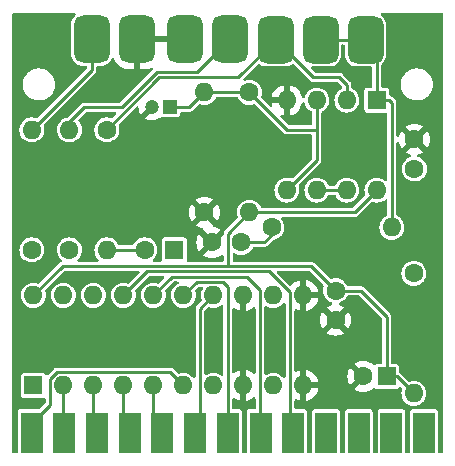
<source format=gbr>
%TF.GenerationSoftware,KiCad,Pcbnew,(6.0.0)*%
%TF.CreationDate,2022-03-19T09:51:22+00:00*%
%TF.ProjectId,open-amiga-samplerV1,6f70656e-2d61-46d6-9967-612d73616d70,rev?*%
%TF.SameCoordinates,Original*%
%TF.FileFunction,Copper,L1,Top*%
%TF.FilePolarity,Positive*%
%FSLAX46Y46*%
G04 Gerber Fmt 4.6, Leading zero omitted, Abs format (unit mm)*
G04 Created by KiCad (PCBNEW (6.0.0)) date 2022-03-19 09:51:22*
%MOMM*%
%LPD*%
G01*
G04 APERTURE LIST*
G04 Aperture macros list*
%AMRoundRect*
0 Rectangle with rounded corners*
0 $1 Rounding radius*
0 $2 $3 $4 $5 $6 $7 $8 $9 X,Y pos of 4 corners*
0 Add a 4 corners polygon primitive as box body*
4,1,4,$2,$3,$4,$5,$6,$7,$8,$9,$2,$3,0*
0 Add four circle primitives for the rounded corners*
1,1,$1+$1,$2,$3*
1,1,$1+$1,$4,$5*
1,1,$1+$1,$6,$7*
1,1,$1+$1,$8,$9*
0 Add four rect primitives between the rounded corners*
20,1,$1+$1,$2,$3,$4,$5,0*
20,1,$1+$1,$4,$5,$6,$7,0*
20,1,$1+$1,$6,$7,$8,$9,0*
20,1,$1+$1,$8,$9,$2,$3,0*%
G04 Aperture macros list end*
%TA.AperFunction,ComponentPad*%
%ADD10C,1.600000*%
%TD*%
%TA.AperFunction,ComponentPad*%
%ADD11O,1.600000X1.600000*%
%TD*%
%TA.AperFunction,ComponentPad*%
%ADD12R,1.600000X1.600000*%
%TD*%
%TA.AperFunction,SMDPad,CuDef*%
%ADD13R,1.846667X3.480000*%
%TD*%
%TA.AperFunction,ConnectorPad*%
%ADD14RoundRect,0.750000X0.750000X1.250000X-0.750000X1.250000X-0.750000X-1.250000X0.750000X-1.250000X0*%
%TD*%
%TA.AperFunction,ConnectorPad*%
%ADD15RoundRect,0.750000X-0.750000X-1.250000X0.750000X-1.250000X0.750000X1.250000X-0.750000X1.250000X0*%
%TD*%
%TA.AperFunction,ComponentPad*%
%ADD16R,1.200000X1.200000*%
%TD*%
%TA.AperFunction,ComponentPad*%
%ADD17C,1.200000*%
%TD*%
%TA.AperFunction,ViaPad*%
%ADD18C,0.800000*%
%TD*%
%TA.AperFunction,Conductor*%
%ADD19C,0.250000*%
%TD*%
G04 APERTURE END LIST*
D10*
%TO.P,R7,1*%
%TO.N,Net-(U1-Pad1)*%
X73025000Y-41910000D03*
D11*
%TO.P,R7,2*%
%TO.N,Vo*%
X83185000Y-41910000D03*
%TD*%
D10*
%TO.P,C6,1*%
%TO.N,Net-(U1-Pad1)*%
X70445000Y-43180000D03*
%TO.P,C6,2*%
%TO.N,GND*%
X67945000Y-43180000D03*
%TD*%
%TO.P,C5,1*%
%TO.N,VCC*%
X85090000Y-36961000D03*
%TO.P,C5,2*%
%TO.N,GND*%
X85090000Y-34461000D03*
%TD*%
%TO.P,C3,1*%
%TO.N,VCC*%
X78421000Y-47264000D03*
%TO.P,C3,2*%
%TO.N,GND*%
X78421000Y-49764000D03*
%TD*%
D12*
%TO.P,C1,1*%
%TO.N,MONO_AUDIO*%
X64770000Y-43815000D03*
D10*
%TO.P,C1,2*%
%TO.N,Net-(C1-Pad2)*%
X62270000Y-43815000D03*
%TD*%
D13*
%TO.P,J3,1,1*%
%TO.N,STROBE*%
X52680000Y-59305000D03*
%TO.P,J3,2,2*%
%TO.N,D0*%
X55450000Y-59305000D03*
%TO.P,J3,3,3*%
%TO.N,D1*%
X58220000Y-59305000D03*
%TO.P,J3,4,4*%
%TO.N,D2*%
X60990000Y-59305000D03*
%TO.P,J3,5,5*%
%TO.N,D3*%
X63760000Y-59305000D03*
%TO.P,J3,6,6*%
%TO.N,D4*%
X66530000Y-59305000D03*
%TO.P,J3,7,7*%
%TO.N,D5*%
X69300000Y-59305000D03*
%TO.P,J3,8,8*%
%TO.N,D6*%
X72070000Y-59305000D03*
%TO.P,J3,9,9*%
%TO.N,D7*%
X74840000Y-59305000D03*
%TO.P,J3,10,10*%
%TO.N,unconnected-(J3-Pad10)*%
X77610000Y-59305000D03*
%TO.P,J3,11,11*%
%TO.N,unconnected-(J3-Pad11)*%
X80380000Y-59305000D03*
%TO.P,J3,12,12*%
%TO.N,unconnected-(J3-Pad12)*%
X83150000Y-59305000D03*
%TO.P,J3,13,13*%
%TO.N,unconnected-(J3-Pad13)*%
X85920000Y-59305000D03*
%TD*%
D12*
%TO.P,U1,1,VIN*%
%TO.N,Net-(U1-Pad1)*%
X52829499Y-55290499D03*
D11*
%TO.P,U1,2,DB0*%
%TO.N,D0*%
X55369499Y-55290499D03*
%TO.P,U1,3,DB1*%
%TO.N,D1*%
X57909499Y-55290499D03*
%TO.P,U1,4,DB2*%
%TO.N,D2*%
X60449499Y-55290499D03*
%TO.P,U1,5,DB3*%
%TO.N,D3*%
X62989499Y-55290499D03*
%TO.P,U1,6,~{WR!/RDY}*%
%TO.N,STROBE*%
X65529499Y-55290499D03*
%TO.P,U1,7,MODE*%
%TO.N,Net-(R3-Pad1)*%
X68069499Y-55290499D03*
%TO.P,U1,8,~{RD}*%
%TO.N,GND*%
X70609499Y-55290499D03*
%TO.P,U1,9,~{INT}*%
%TO.N,unconnected-(U1-Pad9)*%
X73149499Y-55290499D03*
%TO.P,U1,10,GND*%
%TO.N,GND*%
X75689499Y-55290499D03*
%TO.P,U1,11,VREF(-)*%
X75689499Y-47670499D03*
%TO.P,U1,12,VREF(+)*%
%TO.N,VCC*%
X73149499Y-47670499D03*
%TO.P,U1,13,~{CS}*%
%TO.N,GND*%
X70609499Y-47670499D03*
%TO.P,U1,14,DB4*%
%TO.N,D4*%
X68069499Y-47670499D03*
%TO.P,U1,15,DB5*%
%TO.N,D5*%
X65529499Y-47670499D03*
%TO.P,U1,16,DB6*%
%TO.N,D6*%
X62989499Y-47670499D03*
%TO.P,U1,17,DB7*%
%TO.N,D7*%
X60449499Y-47670499D03*
%TO.P,U1,18,~{OFL}*%
%TO.N,unconnected-(U1-Pad18)*%
X57909499Y-47670499D03*
%TO.P,U1,19*%
%TO.N,N/C*%
X55369499Y-47670499D03*
%TO.P,U1,20,VCC*%
%TO.N,VCC*%
X52829499Y-47670499D03*
%TD*%
%TO.P,R6,2*%
%TO.N,Net-(U2-Pad5)*%
X67310000Y-30480000D03*
D10*
%TO.P,R6,1*%
%TO.N,GND*%
X67310000Y-40640000D03*
%TD*%
%TO.P,R5,1*%
%TO.N,Net-(U2-Pad5)*%
X71120000Y-30480000D03*
D11*
%TO.P,R5,2*%
%TO.N,VCC*%
X71120000Y-40640000D03*
%TD*%
D12*
%TO.P,U2,1*%
%TO.N,Vo*%
X81915000Y-31137001D03*
D11*
%TO.P,U2,2,-*%
%TO.N,Net-(R4-Pad1)*%
X79375000Y-31137001D03*
%TO.P,U2,3,+*%
%TO.N,Net-(U2-Pad5)*%
X76835000Y-31137001D03*
%TO.P,U2,4,V-*%
%TO.N,GND*%
X74295000Y-31137001D03*
%TO.P,U2,5,+*%
%TO.N,Net-(U2-Pad5)*%
X74295000Y-38757001D03*
%TO.P,U2,6,-*%
%TO.N,Net-(U2-Pad6)*%
X76835000Y-38757001D03*
%TO.P,U2,7*%
X79375000Y-38757001D03*
%TO.P,U2,8,V+*%
%TO.N,VCC*%
X81915000Y-38757001D03*
%TD*%
D14*
%TO.P,J2,1,In*%
%TO.N,Net-(J2-Pad1)*%
X69469000Y-25971500D03*
%TO.P,J2,2,Ext*%
%TO.N,GND*%
X65659000Y-25971500D03*
%TD*%
D15*
%TO.P,RV1,1,1*%
%TO.N,Net-(R4-Pad1)*%
X73342500Y-26035000D03*
%TO.P,RV1,2,2*%
%TO.N,Vo*%
X77152500Y-26035000D03*
%TO.P,RV1,3,3*%
X80962500Y-26035000D03*
%TD*%
%TO.P,J1,1,In*%
%TO.N,Net-(J1-Pad1)*%
X57785000Y-25971500D03*
%TO.P,J1,2,Ext*%
%TO.N,GND*%
X61595000Y-25971500D03*
%TD*%
D11*
%TO.P,R2,2*%
%TO.N,Net-(J2-Pad1)*%
X55880000Y-33655000D03*
D10*
%TO.P,R2,1*%
%TO.N,MONO_AUDIO*%
X55880000Y-43815000D03*
%TD*%
%TO.P,R1,1*%
%TO.N,MONO_AUDIO*%
X52705000Y-43815000D03*
D11*
%TO.P,R1,2*%
%TO.N,Net-(J1-Pad1)*%
X52705000Y-33655000D03*
%TD*%
%TO.P,R4,2*%
%TO.N,Net-(C1-Pad2)*%
X59055000Y-43815000D03*
D10*
%TO.P,R4,1*%
%TO.N,Net-(R4-Pad1)*%
X59055000Y-33655000D03*
%TD*%
%TO.P,R3,1*%
%TO.N,Net-(R3-Pad1)*%
X85050000Y-45805000D03*
D11*
%TO.P,R3,2*%
%TO.N,VCC*%
X85050000Y-55965000D03*
%TD*%
D12*
%TO.P,C4,1*%
%TO.N,VCC*%
X82739000Y-54528499D03*
D10*
%TO.P,C4,2*%
%TO.N,GND*%
X80739000Y-54528499D03*
%TD*%
D16*
%TO.P,C2,1*%
%TO.N,Net-(U2-Pad5)*%
X64365000Y-31750000D03*
D17*
%TO.P,C2,2*%
%TO.N,GND*%
X62865000Y-31750000D03*
%TD*%
D18*
%TO.N,GND*%
X73239884Y-51903054D03*
X68088600Y-51514401D03*
X86550000Y-56305000D03*
X86550000Y-32055000D03*
X86550000Y-33555000D03*
X86050000Y-42805000D03*
X52050000Y-45555000D03*
X55050000Y-28305000D03*
X86050000Y-47055000D03*
X86550000Y-54805000D03*
X83550000Y-28305000D03*
X52050000Y-31805000D03*
X86050000Y-44055000D03*
%TD*%
D19*
%TO.N,Net-(J2-Pad1)*%
X55880000Y-33020000D02*
X55880000Y-33655000D01*
X57150000Y-31750000D02*
X55880000Y-33020000D01*
X63313802Y-28760480D02*
X60324282Y-31750000D01*
X60324282Y-31750000D02*
X57150000Y-31750000D01*
X66680020Y-28760480D02*
X63313802Y-28760480D01*
X69469000Y-25971500D02*
X66680020Y-28760480D01*
%TO.N,Net-(C1-Pad2)*%
X59055000Y-43815000D02*
X62270000Y-43815000D01*
%TO.N,Net-(U2-Pad5)*%
X66040000Y-31750000D02*
X67310000Y-30480000D01*
X64365000Y-31750000D02*
X66040000Y-31750000D01*
X74295000Y-33655000D02*
X76835000Y-33655000D01*
X71120000Y-30480000D02*
X74295000Y-33655000D01*
X76835000Y-33655000D02*
X76835000Y-36217001D01*
X76835000Y-31137001D02*
X76835000Y-33655000D01*
X67310000Y-30480000D02*
X71120000Y-30480000D01*
%TO.N,Net-(U2-Pad6)*%
X76835000Y-38757001D02*
X79375000Y-38757001D01*
%TO.N,Net-(U2-Pad5)*%
X76835000Y-36217001D02*
X74295000Y-38757001D01*
%TO.N,VCC*%
X80032001Y-40640000D02*
X81915000Y-38757001D01*
X71120000Y-40640000D02*
X80032001Y-40640000D01*
X69320489Y-42439511D02*
X69320489Y-45190489D01*
X69320489Y-45190489D02*
X69325470Y-45195470D01*
X71120000Y-40640000D02*
X69320489Y-42439511D01*
%TO.N,Net-(U1-Pad1)*%
X72390000Y-43180000D02*
X70445000Y-43180000D01*
X73025000Y-42545000D02*
X72390000Y-43180000D01*
X73025000Y-41910000D02*
X73025000Y-42545000D01*
%TO.N,Vo*%
X82965000Y-31137001D02*
X83185000Y-31357001D01*
X83185000Y-31357001D02*
X83185000Y-41910000D01*
X81915000Y-31137001D02*
X82965000Y-31137001D01*
X81915000Y-26987500D02*
X81915000Y-31137001D01*
X80962500Y-26035000D02*
X81915000Y-26987500D01*
X77152500Y-26035000D02*
X80962500Y-26035000D01*
%TO.N,Net-(R4-Pad1)*%
X79375000Y-29845000D02*
X79375000Y-31137001D01*
X78740000Y-29210000D02*
X79375000Y-29845000D01*
X76517500Y-29210000D02*
X78740000Y-29210000D01*
X73342500Y-26035000D02*
X76517500Y-29210000D01*
X70167500Y-29210000D02*
X73342500Y-26035000D01*
X63500000Y-29210000D02*
X70167500Y-29210000D01*
X59055000Y-33655000D02*
X63500000Y-29210000D01*
%TO.N,Net-(J1-Pad1)*%
X52705000Y-33655000D02*
X57785000Y-28575000D01*
X57785000Y-25971500D02*
X57785000Y-28575000D01*
%TO.N,VCC*%
X76352470Y-45195470D02*
X78421000Y-47264000D01*
X82739000Y-54528499D02*
X83613499Y-54528499D01*
X80533000Y-47264000D02*
X82739000Y-49470000D01*
X52829499Y-47670499D02*
X55304528Y-45195470D01*
X55304528Y-45195470D02*
X76352470Y-45195470D01*
X83613499Y-54528499D02*
X85050000Y-55965000D01*
X82739000Y-49470000D02*
X82739000Y-54528499D01*
X78421000Y-47264000D02*
X80533000Y-47264000D01*
%TO.N,STROBE*%
X52680000Y-59305000D02*
X52680000Y-58488334D01*
X54244498Y-54750498D02*
X54829498Y-54165498D01*
X52680000Y-58488334D02*
X54244498Y-56923836D01*
X54244498Y-56923836D02*
X54244498Y-54750498D01*
X54829498Y-54165498D02*
X64404498Y-54165498D01*
X64404498Y-54165498D02*
X65529499Y-55290499D01*
%TO.N,D0*%
X55369499Y-55290499D02*
X55369499Y-59224499D01*
X55450000Y-58829498D02*
X55450000Y-59305000D01*
X55369499Y-59224499D02*
X55450000Y-59305000D01*
%TO.N,D1*%
X58220000Y-58599498D02*
X58220000Y-59305000D01*
X57909499Y-55290499D02*
X57909499Y-58994499D01*
X57909499Y-58994499D02*
X58220000Y-59305000D01*
%TO.N,D2*%
X60449499Y-58764499D02*
X60990000Y-59305000D01*
X60449499Y-55290499D02*
X60449499Y-58764499D01*
X60990000Y-58369498D02*
X60990000Y-59305000D01*
X60893999Y-59208999D02*
X60990000Y-59305000D01*
%TO.N,D3*%
X63560999Y-59105999D02*
X63760000Y-59305000D01*
X63760000Y-58139498D02*
X63760000Y-59305000D01*
X62989499Y-55290499D02*
X62989499Y-58534499D01*
X62989499Y-58534499D02*
X63760000Y-59305000D01*
%TO.N,D4*%
X66944498Y-58890502D02*
X66530000Y-59305000D01*
X68069499Y-47670499D02*
X66944498Y-48795500D01*
X66545499Y-59289501D02*
X66530000Y-59305000D01*
X66944498Y-48795500D02*
X66944498Y-58890502D01*
%TO.N,D5*%
X69300000Y-46946000D02*
X69300000Y-59305000D01*
X65529499Y-47670499D02*
X66654500Y-46545498D01*
X68577499Y-58582499D02*
X69300000Y-59305000D01*
X68899498Y-46545498D02*
X69300000Y-46946000D01*
X69385000Y-59220000D02*
X69300000Y-59305000D01*
X66654500Y-46545498D02*
X68899498Y-46545498D01*
%TO.N,D6*%
X64564509Y-46095489D02*
X70939489Y-46095489D01*
X72024498Y-59259498D02*
X72070000Y-59305000D01*
X70939489Y-46095489D02*
X72024498Y-47180498D01*
X72070000Y-58826664D02*
X72070000Y-59305000D01*
X71925000Y-59160000D02*
X72070000Y-59305000D01*
X72024498Y-47180498D02*
X72024498Y-59259498D01*
X62989499Y-47670499D02*
X64564509Y-46095489D01*
%TO.N,D7*%
X62474518Y-45645480D02*
X72789482Y-45645480D01*
X60449499Y-47670499D02*
X62474518Y-45645480D01*
X72789482Y-45645480D02*
X74564498Y-47420496D01*
X74863999Y-59281001D02*
X74840000Y-59305000D01*
X74564498Y-47420496D02*
X74564498Y-59029498D01*
X74564498Y-59029498D02*
X74840000Y-59305000D01*
%TD*%
%TA.AperFunction,Conductor*%
%TO.N,GND*%
G36*
X87488121Y-23769002D02*
G01*
X87534614Y-23822658D01*
X87546000Y-23875000D01*
X87546000Y-60925000D01*
X87525998Y-60993121D01*
X87472342Y-61039614D01*
X87420000Y-61051000D01*
X87223833Y-61051000D01*
X87155712Y-61030998D01*
X87109219Y-60977342D01*
X87097833Y-60925000D01*
X87097832Y-57546123D01*
X87097832Y-57539934D01*
X87083067Y-57465699D01*
X87070002Y-57446145D01*
X87033710Y-57391832D01*
X87026817Y-57381516D01*
X86942634Y-57325266D01*
X86868400Y-57310500D01*
X85920154Y-57310500D01*
X84971601Y-57310501D01*
X84943652Y-57316060D01*
X84909541Y-57322844D01*
X84909539Y-57322845D01*
X84897366Y-57325266D01*
X84887046Y-57332161D01*
X84887045Y-57332162D01*
X84826652Y-57372516D01*
X84813183Y-57381516D01*
X84756933Y-57465699D01*
X84742167Y-57539933D01*
X84742167Y-57546120D01*
X84742168Y-60925000D01*
X84722166Y-60993121D01*
X84668510Y-61039614D01*
X84616168Y-61051000D01*
X84453833Y-61051000D01*
X84385712Y-61030998D01*
X84339219Y-60977342D01*
X84327833Y-60925000D01*
X84327832Y-57546123D01*
X84327832Y-57539934D01*
X84313067Y-57465699D01*
X84300002Y-57446145D01*
X84263710Y-57391832D01*
X84256817Y-57381516D01*
X84172634Y-57325266D01*
X84098400Y-57310500D01*
X83150154Y-57310500D01*
X82201601Y-57310501D01*
X82173652Y-57316060D01*
X82139541Y-57322844D01*
X82139539Y-57322845D01*
X82127366Y-57325266D01*
X82117046Y-57332161D01*
X82117045Y-57332162D01*
X82056652Y-57372516D01*
X82043183Y-57381516D01*
X81986933Y-57465699D01*
X81972167Y-57539933D01*
X81972167Y-57546120D01*
X81972168Y-60925000D01*
X81952166Y-60993121D01*
X81898510Y-61039614D01*
X81846168Y-61051000D01*
X81683833Y-61051000D01*
X81615712Y-61030998D01*
X81569219Y-60977342D01*
X81557833Y-60925000D01*
X81557832Y-57546123D01*
X81557832Y-57539934D01*
X81543067Y-57465699D01*
X81530002Y-57446145D01*
X81493710Y-57391832D01*
X81486817Y-57381516D01*
X81402634Y-57325266D01*
X81328400Y-57310500D01*
X80380154Y-57310500D01*
X79431601Y-57310501D01*
X79403652Y-57316060D01*
X79369541Y-57322844D01*
X79369539Y-57322845D01*
X79357366Y-57325266D01*
X79347046Y-57332161D01*
X79347045Y-57332162D01*
X79286652Y-57372516D01*
X79273183Y-57381516D01*
X79216933Y-57465699D01*
X79202167Y-57539933D01*
X79202167Y-57546120D01*
X79202168Y-60925000D01*
X79182166Y-60993121D01*
X79128510Y-61039614D01*
X79076168Y-61051000D01*
X78913833Y-61051000D01*
X78845712Y-61030998D01*
X78799219Y-60977342D01*
X78787833Y-60925000D01*
X78787832Y-57546123D01*
X78787832Y-57539934D01*
X78773067Y-57465699D01*
X78760002Y-57446145D01*
X78723710Y-57391832D01*
X78716817Y-57381516D01*
X78632634Y-57325266D01*
X78558400Y-57310500D01*
X77610154Y-57310500D01*
X76661601Y-57310501D01*
X76633652Y-57316060D01*
X76599541Y-57322844D01*
X76599539Y-57322845D01*
X76587366Y-57325266D01*
X76577046Y-57332161D01*
X76577045Y-57332162D01*
X76516652Y-57372516D01*
X76503183Y-57381516D01*
X76446933Y-57465699D01*
X76432167Y-57539933D01*
X76432167Y-57546120D01*
X76432168Y-60925000D01*
X76412166Y-60993121D01*
X76358510Y-61039614D01*
X76306168Y-61051000D01*
X76143833Y-61051000D01*
X76075712Y-61030998D01*
X76029219Y-60977342D01*
X76017833Y-60925000D01*
X76017832Y-57546123D01*
X76017832Y-57539934D01*
X76003067Y-57465699D01*
X75990002Y-57446145D01*
X75953710Y-57391832D01*
X75946817Y-57381516D01*
X75862634Y-57325266D01*
X75788400Y-57310500D01*
X75069998Y-57310500D01*
X75001877Y-57290498D01*
X74955384Y-57236842D01*
X74943998Y-57184500D01*
X74943998Y-56583865D01*
X74964000Y-56515744D01*
X75017656Y-56469251D01*
X75087930Y-56459147D01*
X75123248Y-56469670D01*
X75235446Y-56521989D01*
X75245738Y-56525735D01*
X75418002Y-56571893D01*
X75432098Y-56571557D01*
X75435499Y-56563615D01*
X75435499Y-56558466D01*
X75943499Y-56558466D01*
X75947472Y-56571997D01*
X75956021Y-56573226D01*
X76133260Y-56525735D01*
X76143552Y-56521989D01*
X76341010Y-56429913D01*
X76350506Y-56424430D01*
X76528966Y-56299471D01*
X76537374Y-56292415D01*
X76691415Y-56138374D01*
X76698471Y-56129966D01*
X76823430Y-55951506D01*
X76828913Y-55942010D01*
X76920989Y-55744552D01*
X76924735Y-55734260D01*
X76970893Y-55561996D01*
X76970557Y-55547900D01*
X76962615Y-55544499D01*
X75961614Y-55544499D01*
X75946375Y-55548974D01*
X75945170Y-55550364D01*
X75943499Y-55558047D01*
X75943499Y-56558466D01*
X75435499Y-56558466D01*
X75435499Y-55018384D01*
X75943499Y-55018384D01*
X75947974Y-55033623D01*
X75949364Y-55034828D01*
X75957047Y-55036499D01*
X76957466Y-55036499D01*
X76970997Y-55032526D01*
X76972226Y-55023977D01*
X76924735Y-54846738D01*
X76920989Y-54836446D01*
X76828913Y-54638988D01*
X76823430Y-54629492D01*
X76756548Y-54533974D01*
X79426483Y-54533974D01*
X79445472Y-54751018D01*
X79447375Y-54761811D01*
X79503764Y-54972260D01*
X79507510Y-54982552D01*
X79599586Y-55180010D01*
X79605069Y-55189505D01*
X79641509Y-55241547D01*
X79651988Y-55249923D01*
X79665434Y-55242855D01*
X80366978Y-54541311D01*
X80374592Y-54527367D01*
X80374461Y-54525534D01*
X80370210Y-54518919D01*
X79664713Y-53813422D01*
X79652938Y-53806992D01*
X79640923Y-53816288D01*
X79605069Y-53867493D01*
X79599586Y-53876988D01*
X79507510Y-54074446D01*
X79503764Y-54084738D01*
X79447375Y-54295187D01*
X79445472Y-54305980D01*
X79426483Y-54523024D01*
X79426483Y-54533974D01*
X76756548Y-54533974D01*
X76698471Y-54451032D01*
X76691415Y-54442624D01*
X76537374Y-54288583D01*
X76528966Y-54281527D01*
X76350506Y-54156568D01*
X76341010Y-54151085D01*
X76143552Y-54059009D01*
X76133260Y-54055263D01*
X75960996Y-54009105D01*
X75946900Y-54009441D01*
X75943499Y-54017383D01*
X75943499Y-55018384D01*
X75435499Y-55018384D01*
X75435499Y-54022532D01*
X75431526Y-54009001D01*
X75422977Y-54007772D01*
X75245738Y-54055263D01*
X75235446Y-54059009D01*
X75123248Y-54111328D01*
X75053056Y-54121989D01*
X74988244Y-54093009D01*
X74949387Y-54033589D01*
X74943998Y-53997133D01*
X74943998Y-50850062D01*
X77699493Y-50850062D01*
X77708789Y-50862077D01*
X77759994Y-50897931D01*
X77769489Y-50903414D01*
X77966947Y-50995490D01*
X77977239Y-50999236D01*
X78187688Y-51055625D01*
X78198481Y-51057528D01*
X78415525Y-51076517D01*
X78426475Y-51076517D01*
X78643519Y-51057528D01*
X78654312Y-51055625D01*
X78864761Y-50999236D01*
X78875053Y-50995490D01*
X79072511Y-50903414D01*
X79082006Y-50897931D01*
X79134048Y-50861491D01*
X79142424Y-50851012D01*
X79135356Y-50837566D01*
X78433812Y-50136022D01*
X78419868Y-50128408D01*
X78418035Y-50128539D01*
X78411420Y-50132790D01*
X77705923Y-50838287D01*
X77699493Y-50850062D01*
X74943998Y-50850062D01*
X74943998Y-49769475D01*
X77108483Y-49769475D01*
X77127472Y-49986519D01*
X77129375Y-49997312D01*
X77185764Y-50207761D01*
X77189510Y-50218053D01*
X77281586Y-50415511D01*
X77287069Y-50425006D01*
X77323509Y-50477048D01*
X77333988Y-50485424D01*
X77347434Y-50478356D01*
X78048978Y-49776812D01*
X78055356Y-49765132D01*
X78785408Y-49765132D01*
X78785539Y-49766965D01*
X78789790Y-49773580D01*
X79495287Y-50479077D01*
X79507062Y-50485507D01*
X79519077Y-50476211D01*
X79554931Y-50425006D01*
X79560414Y-50415511D01*
X79652490Y-50218053D01*
X79656236Y-50207761D01*
X79712625Y-49997312D01*
X79714528Y-49986519D01*
X79733517Y-49769475D01*
X79733517Y-49758525D01*
X79714528Y-49541481D01*
X79712625Y-49530688D01*
X79656236Y-49320239D01*
X79652490Y-49309947D01*
X79560414Y-49112489D01*
X79554931Y-49102994D01*
X79518491Y-49050952D01*
X79508012Y-49042576D01*
X79494566Y-49049644D01*
X78793022Y-49751188D01*
X78785408Y-49765132D01*
X78055356Y-49765132D01*
X78056592Y-49762868D01*
X78056461Y-49761035D01*
X78052210Y-49754420D01*
X77346713Y-49048923D01*
X77334938Y-49042493D01*
X77322923Y-49051789D01*
X77287069Y-49102994D01*
X77281586Y-49112489D01*
X77189510Y-49309947D01*
X77185764Y-49320239D01*
X77129375Y-49530688D01*
X77127472Y-49541481D01*
X77108483Y-49758525D01*
X77108483Y-49769475D01*
X74943998Y-49769475D01*
X74943998Y-48963865D01*
X74964000Y-48895744D01*
X75017656Y-48849251D01*
X75087930Y-48839147D01*
X75123248Y-48849670D01*
X75235446Y-48901989D01*
X75245738Y-48905735D01*
X75418002Y-48951893D01*
X75432098Y-48951557D01*
X75435499Y-48943615D01*
X75435499Y-48938466D01*
X75943499Y-48938466D01*
X75947472Y-48951997D01*
X75956021Y-48953226D01*
X76133260Y-48905735D01*
X76143552Y-48901989D01*
X76341010Y-48809913D01*
X76350506Y-48804430D01*
X76528966Y-48679471D01*
X76537374Y-48672415D01*
X76691415Y-48518374D01*
X76698471Y-48509966D01*
X76823430Y-48331506D01*
X76828913Y-48322010D01*
X76920989Y-48124552D01*
X76924735Y-48114260D01*
X76970893Y-47941996D01*
X76970557Y-47927900D01*
X76962615Y-47924499D01*
X75961614Y-47924499D01*
X75946375Y-47928974D01*
X75945170Y-47930364D01*
X75943499Y-47938047D01*
X75943499Y-48938466D01*
X75435499Y-48938466D01*
X75435499Y-47398384D01*
X75943499Y-47398384D01*
X75947974Y-47413623D01*
X75949364Y-47414828D01*
X75957047Y-47416499D01*
X76957466Y-47416499D01*
X76970997Y-47412526D01*
X76972226Y-47403977D01*
X76924735Y-47226738D01*
X76920989Y-47216446D01*
X76828913Y-47018988D01*
X76823430Y-47009492D01*
X76698471Y-46831032D01*
X76691415Y-46822624D01*
X76537374Y-46668583D01*
X76528966Y-46661527D01*
X76350506Y-46536568D01*
X76341010Y-46531085D01*
X76143552Y-46439009D01*
X76133260Y-46435263D01*
X75960996Y-46389105D01*
X75946900Y-46389441D01*
X75943499Y-46397383D01*
X75943499Y-47398384D01*
X75435499Y-47398384D01*
X75435499Y-46402532D01*
X75431526Y-46389001D01*
X75422977Y-46387772D01*
X75245738Y-46435263D01*
X75235446Y-46439009D01*
X75037988Y-46531085D01*
X75028492Y-46536568D01*
X74850032Y-46661527D01*
X74841630Y-46668578D01*
X74684548Y-46825661D01*
X74622236Y-46859686D01*
X74551420Y-46854622D01*
X74506357Y-46825661D01*
X73470761Y-45790065D01*
X73436735Y-45727753D01*
X73441800Y-45656938D01*
X73484347Y-45600102D01*
X73550867Y-45575291D01*
X73559856Y-45574970D01*
X76143086Y-45574970D01*
X76211207Y-45594972D01*
X76232181Y-45611875D01*
X77397680Y-46777374D01*
X77431706Y-46839686D01*
X77428687Y-46904567D01*
X77384553Y-47043696D01*
X77383867Y-47049813D01*
X77383866Y-47049817D01*
X77367103Y-47199264D01*
X77361501Y-47249206D01*
X77363467Y-47272615D01*
X77376506Y-47427885D01*
X77378806Y-47455278D01*
X77435807Y-47654066D01*
X77438625Y-47659548D01*
X77438626Y-47659552D01*
X77527514Y-47832509D01*
X77527517Y-47832513D01*
X77530334Y-47837995D01*
X77658786Y-48000061D01*
X77663479Y-48004055D01*
X77663480Y-48004056D01*
X77805063Y-48124552D01*
X77816271Y-48134091D01*
X77996789Y-48234980D01*
X78076976Y-48261034D01*
X78078933Y-48261670D01*
X78137539Y-48301743D01*
X78165176Y-48367140D01*
X78153069Y-48437097D01*
X78105063Y-48489403D01*
X78072608Y-48503210D01*
X77977239Y-48528764D01*
X77966947Y-48532510D01*
X77769489Y-48624586D01*
X77759994Y-48630069D01*
X77707952Y-48666509D01*
X77699576Y-48676988D01*
X77706644Y-48690434D01*
X78408188Y-49391978D01*
X78422132Y-49399592D01*
X78423965Y-49399461D01*
X78430580Y-49395210D01*
X79136077Y-48689713D01*
X79142507Y-48677938D01*
X79133211Y-48665923D01*
X79082006Y-48630069D01*
X79072511Y-48624586D01*
X78875053Y-48532510D01*
X78864761Y-48528764D01*
X78772709Y-48504099D01*
X78712086Y-48467147D01*
X78681065Y-48403287D01*
X78689493Y-48332792D01*
X78734696Y-48278045D01*
X78771435Y-48261034D01*
X78798237Y-48253551D01*
X78798239Y-48253550D01*
X78804178Y-48251892D01*
X78809682Y-48249112D01*
X78809684Y-48249111D01*
X78983262Y-48161431D01*
X78983264Y-48161430D01*
X78988763Y-48158652D01*
X79151722Y-48031334D01*
X79155748Y-48026670D01*
X79155751Y-48026667D01*
X79282819Y-47879457D01*
X79282820Y-47879455D01*
X79286848Y-47874789D01*
X79382017Y-47707263D01*
X79433057Y-47657912D01*
X79491573Y-47643500D01*
X80323616Y-47643500D01*
X80391737Y-47663502D01*
X80412711Y-47680405D01*
X82322595Y-49590289D01*
X82356621Y-49652601D01*
X82359500Y-49679384D01*
X82359500Y-53348000D01*
X82339498Y-53416121D01*
X82285842Y-53462614D01*
X82233500Y-53474000D01*
X81913934Y-53474000D01*
X81878182Y-53481111D01*
X81851874Y-53486343D01*
X81851872Y-53486344D01*
X81839699Y-53488765D01*
X81829379Y-53495660D01*
X81829378Y-53495661D01*
X81755516Y-53545015D01*
X81753702Y-53542301D01*
X81708906Y-53566762D01*
X81638091Y-53561697D01*
X81593028Y-53532736D01*
X81586875Y-53526583D01*
X81578467Y-53519527D01*
X81400007Y-53394568D01*
X81390511Y-53389085D01*
X81193053Y-53297009D01*
X81182761Y-53293263D01*
X80972312Y-53236874D01*
X80961519Y-53234971D01*
X80744475Y-53215982D01*
X80733525Y-53215982D01*
X80516481Y-53234971D01*
X80505688Y-53236874D01*
X80295239Y-53293263D01*
X80284947Y-53297009D01*
X80087489Y-53389085D01*
X80077994Y-53394568D01*
X80025952Y-53431008D01*
X80017576Y-53441487D01*
X80024644Y-53454933D01*
X81009115Y-54439404D01*
X81043141Y-54501716D01*
X81038076Y-54572531D01*
X81009115Y-54617594D01*
X80023923Y-55602786D01*
X80017493Y-55614561D01*
X80026789Y-55626576D01*
X80077994Y-55662430D01*
X80087489Y-55667913D01*
X80284947Y-55759989D01*
X80295239Y-55763735D01*
X80505688Y-55820124D01*
X80516481Y-55822027D01*
X80733525Y-55841016D01*
X80744475Y-55841016D01*
X80961519Y-55822027D01*
X80972312Y-55820124D01*
X81182761Y-55763735D01*
X81193053Y-55759989D01*
X81390511Y-55667913D01*
X81400007Y-55662430D01*
X81578467Y-55537471D01*
X81586875Y-55530415D01*
X81593028Y-55524262D01*
X81655340Y-55490236D01*
X81726155Y-55495301D01*
X81754493Y-55513513D01*
X81755516Y-55511983D01*
X81821055Y-55555775D01*
X81839699Y-55568233D01*
X81913933Y-55582999D01*
X82738866Y-55582999D01*
X83564066Y-55582998D01*
X83599818Y-55575887D01*
X83626126Y-55570655D01*
X83626128Y-55570654D01*
X83638301Y-55568233D01*
X83648621Y-55561338D01*
X83648622Y-55561337D01*
X83712168Y-55518876D01*
X83722484Y-55511983D01*
X83772493Y-55437140D01*
X83826970Y-55391612D01*
X83897413Y-55382765D01*
X83966353Y-55418047D01*
X84026680Y-55478374D01*
X84060706Y-55540686D01*
X84057687Y-55605567D01*
X84013553Y-55744696D01*
X84012867Y-55750813D01*
X84012866Y-55750817D01*
X83994059Y-55918488D01*
X83990501Y-55950206D01*
X83991743Y-55965000D01*
X84006303Y-56138374D01*
X84007806Y-56156278D01*
X84064807Y-56355066D01*
X84067625Y-56360548D01*
X84067626Y-56360552D01*
X84156514Y-56533509D01*
X84156517Y-56533513D01*
X84159334Y-56538995D01*
X84287786Y-56701061D01*
X84292479Y-56705055D01*
X84292480Y-56705056D01*
X84364844Y-56766642D01*
X84445271Y-56835091D01*
X84625789Y-56935980D01*
X84822466Y-56999884D01*
X85027809Y-57024370D01*
X85033944Y-57023898D01*
X85033946Y-57023898D01*
X85227856Y-57008977D01*
X85227860Y-57008976D01*
X85233998Y-57008504D01*
X85433178Y-56952892D01*
X85438682Y-56950112D01*
X85438684Y-56950111D01*
X85612262Y-56862431D01*
X85612264Y-56862430D01*
X85617763Y-56859652D01*
X85780722Y-56732334D01*
X85784748Y-56727670D01*
X85784751Y-56727667D01*
X85911819Y-56580457D01*
X85911820Y-56580455D01*
X85915848Y-56575789D01*
X85976132Y-56469670D01*
X86014950Y-56401340D01*
X86014952Y-56401336D01*
X86017995Y-56395979D01*
X86073689Y-56228556D01*
X86081325Y-56205601D01*
X86081326Y-56205598D01*
X86083270Y-56199753D01*
X86109189Y-55994586D01*
X86109602Y-55965000D01*
X86089422Y-55759189D01*
X86029651Y-55561217D01*
X85953526Y-55418047D01*
X85935459Y-55384067D01*
X85935457Y-55384064D01*
X85932565Y-55378625D01*
X85928674Y-55373855D01*
X85928672Y-55373851D01*
X85805758Y-55223143D01*
X85805755Y-55223140D01*
X85801863Y-55218368D01*
X85766974Y-55189505D01*
X85647271Y-55090478D01*
X85647266Y-55090475D01*
X85642522Y-55086550D01*
X85637103Y-55083620D01*
X85637100Y-55083618D01*
X85466032Y-54991122D01*
X85466027Y-54991120D01*
X85460612Y-54988192D01*
X85263063Y-54927040D01*
X85256938Y-54926396D01*
X85256937Y-54926396D01*
X85063526Y-54906068D01*
X85063524Y-54906068D01*
X85057397Y-54905424D01*
X84931229Y-54916906D01*
X84857591Y-54923607D01*
X84857590Y-54923607D01*
X84851450Y-54924166D01*
X84795090Y-54940754D01*
X84687118Y-54972532D01*
X84616122Y-54972578D01*
X84562448Y-54940754D01*
X83919977Y-54298283D01*
X83904835Y-54279535D01*
X83903720Y-54278310D01*
X83898070Y-54269559D01*
X83889892Y-54263112D01*
X83889890Y-54263110D01*
X83871699Y-54248770D01*
X83867258Y-54244824D01*
X83867196Y-54244897D01*
X83863233Y-54241539D01*
X83859555Y-54237861D01*
X83846241Y-54228347D01*
X83802448Y-54172469D01*
X83793499Y-54125833D01*
X83793499Y-53703433D01*
X83778734Y-53629198D01*
X83722484Y-53545015D01*
X83638301Y-53488765D01*
X83564067Y-53473999D01*
X83244500Y-53473999D01*
X83176379Y-53453997D01*
X83129886Y-53400341D01*
X83118500Y-53347999D01*
X83118500Y-49523920D01*
X83121049Y-49499972D01*
X83121128Y-49498307D01*
X83123320Y-49488124D01*
X83119373Y-49454777D01*
X83119023Y-49448846D01*
X83118928Y-49448854D01*
X83118500Y-49443676D01*
X83118500Y-49438476D01*
X83117646Y-49433344D01*
X83115331Y-49419435D01*
X83114494Y-49413557D01*
X83109694Y-49372999D01*
X83109694Y-49372998D01*
X83108470Y-49362659D01*
X83104507Y-49354407D01*
X83103004Y-49345374D01*
X83078665Y-49300266D01*
X83075969Y-49294975D01*
X83057215Y-49255918D01*
X83057212Y-49255914D01*
X83053781Y-49248768D01*
X83050186Y-49244492D01*
X83048263Y-49242569D01*
X83046491Y-49240637D01*
X83046448Y-49240558D01*
X83046572Y-49240445D01*
X83046096Y-49239905D01*
X83043010Y-49234186D01*
X83003413Y-49197583D01*
X82999848Y-49194154D01*
X80839478Y-47033784D01*
X80824336Y-47015036D01*
X80823221Y-47013811D01*
X80817571Y-47005060D01*
X80809393Y-46998613D01*
X80809391Y-46998611D01*
X80791200Y-46984271D01*
X80786759Y-46980325D01*
X80786697Y-46980398D01*
X80782733Y-46977039D01*
X80779056Y-46973362D01*
X80763308Y-46962108D01*
X80758638Y-46958602D01*
X80718353Y-46926844D01*
X80709719Y-46923812D01*
X80702266Y-46918486D01*
X80653150Y-46903797D01*
X80647508Y-46901964D01*
X80606633Y-46887610D01*
X80606632Y-46887610D01*
X80599149Y-46884982D01*
X80593584Y-46884500D01*
X80590876Y-46884500D01*
X80588242Y-46884386D01*
X80588144Y-46884357D01*
X80588151Y-46884193D01*
X80587447Y-46884149D01*
X80581222Y-46882287D01*
X80527365Y-46884403D01*
X80522418Y-46884500D01*
X79489270Y-46884500D01*
X79421149Y-46864498D01*
X79378019Y-46817653D01*
X79364854Y-46792892D01*
X79349131Y-46763323D01*
X79306459Y-46683067D01*
X79306457Y-46683064D01*
X79303565Y-46677625D01*
X79299674Y-46672855D01*
X79299672Y-46672851D01*
X79176758Y-46522143D01*
X79176755Y-46522140D01*
X79172863Y-46517368D01*
X79145814Y-46494991D01*
X79018271Y-46389478D01*
X79018266Y-46389475D01*
X79013522Y-46385550D01*
X79008103Y-46382620D01*
X79008100Y-46382618D01*
X78837032Y-46290122D01*
X78837027Y-46290120D01*
X78831612Y-46287192D01*
X78634063Y-46226040D01*
X78627938Y-46225396D01*
X78627937Y-46225396D01*
X78434526Y-46205068D01*
X78434524Y-46205068D01*
X78428397Y-46204424D01*
X78302229Y-46215906D01*
X78228591Y-46222607D01*
X78228590Y-46222607D01*
X78222450Y-46223166D01*
X78160701Y-46241340D01*
X78058118Y-46271532D01*
X77987122Y-46271578D01*
X77933448Y-46239754D01*
X77483900Y-45790206D01*
X83990501Y-45790206D01*
X84007806Y-45996278D01*
X84064807Y-46195066D01*
X84067625Y-46200548D01*
X84067626Y-46200552D01*
X84156514Y-46373509D01*
X84156517Y-46373513D01*
X84159334Y-46378995D01*
X84287786Y-46541061D01*
X84292479Y-46545055D01*
X84292480Y-46545056D01*
X84393944Y-46631408D01*
X84445271Y-46675091D01*
X84625789Y-46775980D01*
X84822466Y-46839884D01*
X85027809Y-46864370D01*
X85033944Y-46863898D01*
X85033946Y-46863898D01*
X85227856Y-46848977D01*
X85227860Y-46848976D01*
X85233998Y-46848504D01*
X85433178Y-46792892D01*
X85438682Y-46790112D01*
X85438684Y-46790111D01*
X85612262Y-46702431D01*
X85612264Y-46702430D01*
X85617763Y-46699652D01*
X85780722Y-46572334D01*
X85784748Y-46567670D01*
X85784751Y-46567667D01*
X85911819Y-46420457D01*
X85911820Y-46420455D01*
X85915848Y-46415789D01*
X86017995Y-46235979D01*
X86050633Y-46137866D01*
X86081325Y-46045601D01*
X86081326Y-46045598D01*
X86083270Y-46039753D01*
X86109189Y-45834586D01*
X86109602Y-45805000D01*
X86089422Y-45599189D01*
X86029651Y-45401217D01*
X85932565Y-45218625D01*
X85928674Y-45213855D01*
X85928672Y-45213851D01*
X85805758Y-45063143D01*
X85805755Y-45063140D01*
X85801863Y-45058368D01*
X85794966Y-45052662D01*
X85647271Y-44930478D01*
X85647266Y-44930475D01*
X85642522Y-44926550D01*
X85637103Y-44923620D01*
X85637100Y-44923618D01*
X85466032Y-44831122D01*
X85466027Y-44831120D01*
X85460612Y-44828192D01*
X85263063Y-44767040D01*
X85256938Y-44766396D01*
X85256937Y-44766396D01*
X85063526Y-44746068D01*
X85063524Y-44746068D01*
X85057397Y-44745424D01*
X84958841Y-44754393D01*
X84857591Y-44763607D01*
X84857590Y-44763607D01*
X84851450Y-44764166D01*
X84653066Y-44822554D01*
X84647601Y-44825411D01*
X84475261Y-44915508D01*
X84475257Y-44915511D01*
X84469801Y-44918363D01*
X84308635Y-45047943D01*
X84175708Y-45206360D01*
X84076082Y-45387578D01*
X84013553Y-45584696D01*
X84012867Y-45590813D01*
X84012866Y-45590817D01*
X83998499Y-45718902D01*
X83990501Y-45790206D01*
X77483900Y-45790206D01*
X76658948Y-44965254D01*
X76643806Y-44946506D01*
X76642691Y-44945281D01*
X76637041Y-44936530D01*
X76628863Y-44930083D01*
X76628861Y-44930081D01*
X76610670Y-44915741D01*
X76606229Y-44911795D01*
X76606167Y-44911868D01*
X76602203Y-44908509D01*
X76598526Y-44904832D01*
X76582778Y-44893578D01*
X76578108Y-44890072D01*
X76537823Y-44858314D01*
X76529189Y-44855282D01*
X76521736Y-44849956D01*
X76472620Y-44835267D01*
X76466978Y-44833434D01*
X76426103Y-44819080D01*
X76426102Y-44819080D01*
X76418619Y-44816452D01*
X76413054Y-44815970D01*
X76410346Y-44815970D01*
X76407712Y-44815856D01*
X76407614Y-44815827D01*
X76407621Y-44815663D01*
X76406917Y-44815619D01*
X76400692Y-44813757D01*
X76346835Y-44815873D01*
X76341888Y-44815970D01*
X69825989Y-44815970D01*
X69757868Y-44795968D01*
X69711375Y-44742312D01*
X69699989Y-44689970D01*
X69699989Y-44186452D01*
X69719991Y-44118331D01*
X69773647Y-44071838D01*
X69843921Y-44061734D01*
X69887460Y-44076464D01*
X70015411Y-44147975D01*
X70015417Y-44147977D01*
X70020789Y-44150980D01*
X70217466Y-44214884D01*
X70422809Y-44239370D01*
X70428944Y-44238898D01*
X70428946Y-44238898D01*
X70622856Y-44223977D01*
X70622860Y-44223976D01*
X70628998Y-44223504D01*
X70828178Y-44167892D01*
X70833682Y-44165112D01*
X70833684Y-44165111D01*
X71007262Y-44077431D01*
X71007264Y-44077430D01*
X71012763Y-44074652D01*
X71175722Y-43947334D01*
X71179748Y-43942670D01*
X71179751Y-43942667D01*
X71306819Y-43795457D01*
X71306820Y-43795455D01*
X71310848Y-43790789D01*
X71406017Y-43623263D01*
X71457057Y-43573912D01*
X71515573Y-43559500D01*
X72336080Y-43559500D01*
X72360028Y-43562049D01*
X72361693Y-43562128D01*
X72371876Y-43564320D01*
X72382217Y-43563096D01*
X72405223Y-43560373D01*
X72411154Y-43560023D01*
X72411146Y-43559928D01*
X72416324Y-43559500D01*
X72421524Y-43559500D01*
X72426653Y-43558646D01*
X72426656Y-43558646D01*
X72440565Y-43556331D01*
X72446443Y-43555494D01*
X72487001Y-43550694D01*
X72487002Y-43550694D01*
X72497341Y-43549470D01*
X72505593Y-43545507D01*
X72514626Y-43544004D01*
X72523795Y-43539057D01*
X72523797Y-43539056D01*
X72559732Y-43519666D01*
X72565025Y-43516969D01*
X72604082Y-43498215D01*
X72604086Y-43498212D01*
X72611232Y-43494781D01*
X72615508Y-43491186D01*
X72617431Y-43489263D01*
X72619363Y-43487491D01*
X72619442Y-43487448D01*
X72619555Y-43487572D01*
X72620095Y-43487096D01*
X72625814Y-43484010D01*
X72662417Y-43444413D01*
X72665846Y-43440848D01*
X73115580Y-42991114D01*
X73177892Y-42957088D01*
X73195010Y-42954580D01*
X73196898Y-42954435D01*
X73202856Y-42953977D01*
X73202860Y-42953976D01*
X73208998Y-42953504D01*
X73214931Y-42951848D01*
X73214934Y-42951847D01*
X73300794Y-42927874D01*
X73408178Y-42897892D01*
X73413682Y-42895112D01*
X73413684Y-42895111D01*
X73587262Y-42807431D01*
X73587264Y-42807430D01*
X73592763Y-42804652D01*
X73755722Y-42677334D01*
X73759748Y-42672670D01*
X73759751Y-42672667D01*
X73886819Y-42525457D01*
X73886820Y-42525455D01*
X73890848Y-42520789D01*
X73958504Y-42401694D01*
X73989950Y-42346340D01*
X73989952Y-42346336D01*
X73992995Y-42340979D01*
X74036846Y-42209158D01*
X74056325Y-42150601D01*
X74056326Y-42150598D01*
X74058270Y-42144753D01*
X74084189Y-41939586D01*
X74084602Y-41910000D01*
X74064422Y-41704189D01*
X74004651Y-41506217D01*
X73945808Y-41395549D01*
X73910459Y-41329067D01*
X73910457Y-41329064D01*
X73907565Y-41323625D01*
X73903671Y-41318850D01*
X73903668Y-41318846D01*
X73827240Y-41225135D01*
X73799686Y-41159704D01*
X73811882Y-41089762D01*
X73859954Y-41037517D01*
X73924883Y-41019500D01*
X79978081Y-41019500D01*
X80002029Y-41022049D01*
X80003694Y-41022128D01*
X80013877Y-41024320D01*
X80024218Y-41023096D01*
X80046101Y-41020506D01*
X80047224Y-41020373D01*
X80053155Y-41020023D01*
X80053147Y-41019928D01*
X80058325Y-41019500D01*
X80063525Y-41019500D01*
X80068654Y-41018646D01*
X80068657Y-41018646D01*
X80082566Y-41016331D01*
X80088444Y-41015494D01*
X80129002Y-41010694D01*
X80129003Y-41010694D01*
X80139342Y-41009470D01*
X80147594Y-41005507D01*
X80156627Y-41004004D01*
X80165796Y-40999057D01*
X80165798Y-40999056D01*
X80201733Y-40979666D01*
X80207026Y-40976969D01*
X80246083Y-40958215D01*
X80246087Y-40958212D01*
X80253233Y-40954781D01*
X80257509Y-40951186D01*
X80259432Y-40949263D01*
X80261364Y-40947491D01*
X80261443Y-40947448D01*
X80261556Y-40947572D01*
X80262096Y-40947096D01*
X80267815Y-40944010D01*
X80304418Y-40904413D01*
X80307847Y-40900848D01*
X81428587Y-39780108D01*
X81490899Y-39746082D01*
X81556618Y-39749370D01*
X81687466Y-39791885D01*
X81892809Y-39816371D01*
X81898944Y-39815899D01*
X81898946Y-39815899D01*
X82092856Y-39800978D01*
X82092860Y-39800977D01*
X82098998Y-39800505D01*
X82298178Y-39744893D01*
X82303682Y-39742113D01*
X82303684Y-39742112D01*
X82477262Y-39654432D01*
X82477264Y-39654431D01*
X82482763Y-39651653D01*
X82601927Y-39558552D01*
X82667921Y-39532374D01*
X82737591Y-39546031D01*
X82788818Y-39595187D01*
X82805500Y-39657841D01*
X82805500Y-40842131D01*
X82785498Y-40910252D01*
X82737876Y-40953792D01*
X82610265Y-41020506D01*
X82610261Y-41020508D01*
X82604801Y-41023363D01*
X82443635Y-41152943D01*
X82310708Y-41311360D01*
X82211082Y-41492578D01*
X82148553Y-41689696D01*
X82147867Y-41695813D01*
X82147866Y-41695817D01*
X82128161Y-41871490D01*
X82125501Y-41895206D01*
X82126743Y-41910000D01*
X82142190Y-42093938D01*
X82142806Y-42101278D01*
X82199807Y-42300066D01*
X82202625Y-42305548D01*
X82202626Y-42305552D01*
X82291514Y-42478509D01*
X82291517Y-42478513D01*
X82294334Y-42483995D01*
X82422786Y-42646061D01*
X82427479Y-42650055D01*
X82427480Y-42650056D01*
X82574602Y-42775266D01*
X82580271Y-42780091D01*
X82760789Y-42880980D01*
X82957466Y-42944884D01*
X83162809Y-42969370D01*
X83168944Y-42968898D01*
X83168946Y-42968898D01*
X83362856Y-42953977D01*
X83362860Y-42953976D01*
X83368998Y-42953504D01*
X83568178Y-42897892D01*
X83573682Y-42895112D01*
X83573684Y-42895111D01*
X83747262Y-42807431D01*
X83747264Y-42807430D01*
X83752763Y-42804652D01*
X83915722Y-42677334D01*
X83919748Y-42672670D01*
X83919751Y-42672667D01*
X84046819Y-42525457D01*
X84046820Y-42525455D01*
X84050848Y-42520789D01*
X84118504Y-42401694D01*
X84149950Y-42346340D01*
X84149952Y-42346336D01*
X84152995Y-42340979D01*
X84196846Y-42209158D01*
X84216325Y-42150601D01*
X84216326Y-42150598D01*
X84218270Y-42144753D01*
X84244189Y-41939586D01*
X84244602Y-41910000D01*
X84224422Y-41704189D01*
X84164651Y-41506217D01*
X84105808Y-41395549D01*
X84070459Y-41329067D01*
X84070457Y-41329064D01*
X84067565Y-41323625D01*
X84063674Y-41318855D01*
X84063672Y-41318851D01*
X83940758Y-41168143D01*
X83940755Y-41168140D01*
X83936863Y-41163368D01*
X83929966Y-41157662D01*
X83782271Y-41035478D01*
X83782266Y-41035475D01*
X83777522Y-41031550D01*
X83772103Y-41028620D01*
X83772100Y-41028618D01*
X83630572Y-40952095D01*
X83580163Y-40902100D01*
X83564500Y-40841259D01*
X83564500Y-36946206D01*
X84030501Y-36946206D01*
X84047806Y-37152278D01*
X84104807Y-37351066D01*
X84107625Y-37356548D01*
X84107626Y-37356552D01*
X84196514Y-37529509D01*
X84196517Y-37529513D01*
X84199334Y-37534995D01*
X84327786Y-37697061D01*
X84332479Y-37701055D01*
X84332480Y-37701056D01*
X84428909Y-37783123D01*
X84485271Y-37831091D01*
X84665789Y-37931980D01*
X84862466Y-37995884D01*
X85067809Y-38020370D01*
X85073944Y-38019898D01*
X85073946Y-38019898D01*
X85267856Y-38004977D01*
X85267860Y-38004976D01*
X85273998Y-38004504D01*
X85473178Y-37948892D01*
X85478682Y-37946112D01*
X85478684Y-37946111D01*
X85652262Y-37858431D01*
X85652264Y-37858430D01*
X85657763Y-37855652D01*
X85820722Y-37728334D01*
X85824748Y-37723670D01*
X85824751Y-37723667D01*
X85951819Y-37576457D01*
X85951820Y-37576455D01*
X85955848Y-37571789D01*
X86057995Y-37391979D01*
X86123270Y-37195753D01*
X86149189Y-36990586D01*
X86149602Y-36961000D01*
X86129422Y-36755189D01*
X86069651Y-36557217D01*
X85985103Y-36398205D01*
X85975459Y-36380067D01*
X85975457Y-36380064D01*
X85972565Y-36374625D01*
X85968674Y-36369855D01*
X85968672Y-36369851D01*
X85845758Y-36219143D01*
X85845755Y-36219140D01*
X85841863Y-36214368D01*
X85834966Y-36208662D01*
X85687271Y-36086478D01*
X85687266Y-36086475D01*
X85682522Y-36082550D01*
X85677103Y-36079620D01*
X85677100Y-36079618D01*
X85506032Y-35987122D01*
X85506027Y-35987120D01*
X85500612Y-35984192D01*
X85434382Y-35963690D01*
X85375224Y-35924440D01*
X85346676Y-35859436D01*
X85357804Y-35789317D01*
X85405075Y-35736345D01*
X85439030Y-35721619D01*
X85533764Y-35696235D01*
X85544053Y-35692490D01*
X85741511Y-35600414D01*
X85751006Y-35594931D01*
X85803048Y-35558491D01*
X85811424Y-35548012D01*
X85804356Y-35534566D01*
X85102812Y-34833022D01*
X85088868Y-34825408D01*
X85087035Y-34825539D01*
X85080420Y-34829790D01*
X84374923Y-35535287D01*
X84368493Y-35547062D01*
X84377789Y-35559077D01*
X84428994Y-35594931D01*
X84438489Y-35600414D01*
X84635947Y-35692490D01*
X84646239Y-35696236D01*
X84739874Y-35721325D01*
X84800497Y-35758277D01*
X84831518Y-35822137D01*
X84823090Y-35892632D01*
X84777887Y-35947379D01*
X84742840Y-35963905D01*
X84693066Y-35978554D01*
X84687601Y-35981411D01*
X84515261Y-36071508D01*
X84515257Y-36071511D01*
X84509801Y-36074363D01*
X84348635Y-36203943D01*
X84215708Y-36362360D01*
X84116082Y-36543578D01*
X84053553Y-36740696D01*
X84030501Y-36946206D01*
X83564500Y-36946206D01*
X83564500Y-34778546D01*
X83584502Y-34710425D01*
X83638158Y-34663932D01*
X83708432Y-34653828D01*
X83773012Y-34683322D01*
X83812207Y-34745935D01*
X83854764Y-34904761D01*
X83858510Y-34915053D01*
X83950586Y-35112511D01*
X83956069Y-35122006D01*
X83992509Y-35174048D01*
X84002988Y-35182424D01*
X84016434Y-35175356D01*
X84717978Y-34473812D01*
X84724356Y-34462132D01*
X85454408Y-34462132D01*
X85454539Y-34463965D01*
X85458790Y-34470580D01*
X86164287Y-35176077D01*
X86176062Y-35182507D01*
X86188077Y-35173211D01*
X86223931Y-35122006D01*
X86229414Y-35112511D01*
X86321490Y-34915053D01*
X86325236Y-34904761D01*
X86381625Y-34694312D01*
X86383528Y-34683519D01*
X86402517Y-34466475D01*
X86402517Y-34455525D01*
X86383528Y-34238481D01*
X86381625Y-34227688D01*
X86325236Y-34017239D01*
X86321490Y-34006947D01*
X86229414Y-33809489D01*
X86223931Y-33799994D01*
X86187491Y-33747952D01*
X86177012Y-33739576D01*
X86163566Y-33746644D01*
X85462022Y-34448188D01*
X85454408Y-34462132D01*
X84724356Y-34462132D01*
X84725592Y-34459868D01*
X84725461Y-34458035D01*
X84721210Y-34451420D01*
X84015713Y-33745923D01*
X84003938Y-33739493D01*
X83991923Y-33748789D01*
X83956069Y-33799994D01*
X83950586Y-33809489D01*
X83858510Y-34006947D01*
X83854764Y-34017239D01*
X83812207Y-34176065D01*
X83775255Y-34236688D01*
X83711395Y-34267709D01*
X83640900Y-34259281D01*
X83586153Y-34214078D01*
X83564500Y-34143454D01*
X83564500Y-33373988D01*
X84368576Y-33373988D01*
X84375644Y-33387434D01*
X85077188Y-34088978D01*
X85091132Y-34096592D01*
X85092965Y-34096461D01*
X85099580Y-34092210D01*
X85805077Y-33386713D01*
X85811507Y-33374938D01*
X85802211Y-33362923D01*
X85751006Y-33327069D01*
X85741511Y-33321586D01*
X85544053Y-33229510D01*
X85533761Y-33225764D01*
X85323312Y-33169375D01*
X85312519Y-33167472D01*
X85095475Y-33148483D01*
X85084525Y-33148483D01*
X84867481Y-33167472D01*
X84856688Y-33169375D01*
X84646239Y-33225764D01*
X84635947Y-33229510D01*
X84438489Y-33321586D01*
X84428994Y-33327069D01*
X84376952Y-33363509D01*
X84368576Y-33373988D01*
X83564500Y-33373988D01*
X83564500Y-31410921D01*
X83567049Y-31386973D01*
X83567128Y-31385308D01*
X83569320Y-31375125D01*
X83565373Y-31341778D01*
X83565023Y-31335847D01*
X83564928Y-31335855D01*
X83564500Y-31330677D01*
X83564500Y-31325477D01*
X83563646Y-31320345D01*
X83561331Y-31306436D01*
X83560494Y-31300558D01*
X83555694Y-31260000D01*
X83555694Y-31259999D01*
X83554470Y-31249660D01*
X83550507Y-31241408D01*
X83549004Y-31232375D01*
X83540202Y-31216061D01*
X83524666Y-31187269D01*
X83521969Y-31181976D01*
X83503215Y-31142919D01*
X83503212Y-31142915D01*
X83499781Y-31135769D01*
X83496186Y-31131493D01*
X83494263Y-31129570D01*
X83492491Y-31127638D01*
X83492448Y-31127559D01*
X83492572Y-31127446D01*
X83492096Y-31126906D01*
X83489010Y-31121187D01*
X83449413Y-31084584D01*
X83445848Y-31081155D01*
X83271478Y-30906785D01*
X83256336Y-30888037D01*
X83255221Y-30886812D01*
X83249571Y-30878061D01*
X83241393Y-30871614D01*
X83241391Y-30871612D01*
X83223200Y-30857272D01*
X83218759Y-30853326D01*
X83218697Y-30853399D01*
X83214733Y-30850040D01*
X83211056Y-30846363D01*
X83195308Y-30835109D01*
X83190638Y-30831603D01*
X83150353Y-30799845D01*
X83141719Y-30796813D01*
X83134266Y-30791487D01*
X83085150Y-30776798D01*
X83079507Y-30774965D01*
X83053749Y-30765919D01*
X82996104Y-30724475D01*
X82970016Y-30658445D01*
X82969499Y-30647037D01*
X82969499Y-30311935D01*
X82962108Y-30274775D01*
X82957156Y-30249875D01*
X82957155Y-30249873D01*
X82954734Y-30237700D01*
X82923144Y-30190422D01*
X82905377Y-30163833D01*
X82898484Y-30153517D01*
X82814301Y-30097267D01*
X82740067Y-30082501D01*
X82420500Y-30082501D01*
X82352379Y-30062499D01*
X82305886Y-30008843D01*
X82294500Y-29956501D01*
X82294500Y-29740964D01*
X83942112Y-29740964D01*
X83942312Y-29746292D01*
X83942312Y-29746294D01*
X83944464Y-29803599D01*
X83943705Y-29803628D01*
X83944034Y-29805016D01*
X83944340Y-29804989D01*
X83944374Y-29805377D01*
X83944465Y-29806838D01*
X83944523Y-29807085D01*
X83944648Y-29808507D01*
X83950736Y-29970669D01*
X83951831Y-29975888D01*
X83964628Y-30036879D01*
X83963861Y-30037040D01*
X83964841Y-30039316D01*
X83964937Y-30040408D01*
X83966361Y-30045722D01*
X83966464Y-30046307D01*
X83967635Y-30051210D01*
X83997939Y-30195637D01*
X84022784Y-30258551D01*
X84023975Y-30261566D01*
X84024724Y-30263541D01*
X84026097Y-30268663D01*
X84028422Y-30273649D01*
X84028423Y-30273651D01*
X84028947Y-30274775D01*
X84031934Y-30281717D01*
X84082372Y-30409436D01*
X84119273Y-30470246D01*
X84120811Y-30473126D01*
X84120890Y-30473080D01*
X84123639Y-30477841D01*
X84125965Y-30482829D01*
X84129122Y-30487337D01*
X84129124Y-30487341D01*
X84130674Y-30489555D01*
X84135181Y-30496462D01*
X84165152Y-30545852D01*
X84201621Y-30605952D01*
X84205116Y-30609979D01*
X84205117Y-30609981D01*
X84251993Y-30664000D01*
X84255555Y-30668563D01*
X84258346Y-30671888D01*
X84261505Y-30676401D01*
X84267791Y-30682687D01*
X84273861Y-30689201D01*
X84340434Y-30765919D01*
X84352276Y-30779566D01*
X84377008Y-30799845D01*
X84416309Y-30832070D01*
X84423574Y-30838652D01*
X84424706Y-30839602D01*
X84428599Y-30843495D01*
X84433103Y-30846649D01*
X84433108Y-30846653D01*
X84435936Y-30848633D01*
X84443554Y-30854410D01*
X84525901Y-30921931D01*
X84525907Y-30921935D01*
X84530029Y-30925315D01*
X84534668Y-30927955D01*
X84534667Y-30927955D01*
X84607355Y-30969331D01*
X84617296Y-30975622D01*
X84617660Y-30975877D01*
X84617667Y-30975881D01*
X84622171Y-30979035D01*
X84627155Y-30981359D01*
X84627160Y-30981362D01*
X84629875Y-30982628D01*
X84638952Y-30987318D01*
X84683061Y-31012426D01*
X84729798Y-31039030D01*
X84819498Y-31071590D01*
X84829753Y-31075833D01*
X84831348Y-31076577D01*
X84831350Y-31076578D01*
X84836337Y-31078903D01*
X84841653Y-31080327D01*
X84841655Y-31080328D01*
X84842719Y-31080613D01*
X84843702Y-31080876D01*
X84854081Y-31084143D01*
X84945871Y-31117461D01*
X85046443Y-31135648D01*
X85056616Y-31137926D01*
X85064592Y-31140063D01*
X85070990Y-31140623D01*
X85082412Y-31142152D01*
X85172069Y-31158364D01*
X85176208Y-31158559D01*
X85176215Y-31158560D01*
X85194670Y-31159430D01*
X85194677Y-31159430D01*
X85196158Y-31159500D01*
X85357712Y-31159500D01*
X85437444Y-31152735D01*
X85523733Y-31145413D01*
X85523737Y-31145412D01*
X85529044Y-31144962D01*
X85534199Y-31143624D01*
X85534205Y-31143623D01*
X85746368Y-31088556D01*
X85746367Y-31088556D01*
X85751539Y-31087214D01*
X85898412Y-31021052D01*
X85956262Y-30994993D01*
X85956265Y-30994992D01*
X85961123Y-30992803D01*
X86151803Y-30864430D01*
X86163367Y-30853399D01*
X86244991Y-30775533D01*
X86318128Y-30705764D01*
X86455342Y-30521342D01*
X86471504Y-30489555D01*
X86557102Y-30321194D01*
X86557102Y-30321193D01*
X86559520Y-30316438D01*
X86627685Y-30096911D01*
X86636069Y-30033653D01*
X86657188Y-29874319D01*
X86657188Y-29874316D01*
X86657888Y-29869036D01*
X86655536Y-29806401D01*
X86656295Y-29806372D01*
X86655966Y-29804984D01*
X86655660Y-29805011D01*
X86655626Y-29804623D01*
X86655535Y-29803162D01*
X86655477Y-29802915D01*
X86655352Y-29801493D01*
X86649264Y-29639331D01*
X86635372Y-29573121D01*
X86636139Y-29572960D01*
X86635159Y-29570684D01*
X86635063Y-29569592D01*
X86633639Y-29564278D01*
X86633536Y-29563693D01*
X86632362Y-29558778D01*
X86632304Y-29558499D01*
X86602061Y-29414363D01*
X86576025Y-29348434D01*
X86575276Y-29346459D01*
X86573903Y-29341337D01*
X86571053Y-29335225D01*
X86568066Y-29328283D01*
X86517628Y-29200564D01*
X86480727Y-29139754D01*
X86479189Y-29136874D01*
X86479110Y-29136920D01*
X86476361Y-29132159D01*
X86474035Y-29127171D01*
X86470876Y-29122659D01*
X86469326Y-29120445D01*
X86464819Y-29113538D01*
X86401147Y-29008609D01*
X86401145Y-29008606D01*
X86398379Y-29004048D01*
X86394883Y-29000019D01*
X86348007Y-28946000D01*
X86344445Y-28941437D01*
X86341652Y-28938108D01*
X86338495Y-28933599D01*
X86334604Y-28929708D01*
X86334599Y-28929702D01*
X86332209Y-28927313D01*
X86326139Y-28920799D01*
X86251224Y-28834467D01*
X86251222Y-28834465D01*
X86247724Y-28830434D01*
X86183692Y-28777930D01*
X86176426Y-28771348D01*
X86175294Y-28770398D01*
X86171401Y-28766505D01*
X86166897Y-28763351D01*
X86166892Y-28763347D01*
X86164064Y-28761367D01*
X86156446Y-28755590D01*
X86074099Y-28688069D01*
X86074093Y-28688065D01*
X86069971Y-28684685D01*
X85992645Y-28640669D01*
X85982704Y-28634378D01*
X85982340Y-28634123D01*
X85982333Y-28634119D01*
X85977829Y-28630965D01*
X85972845Y-28628641D01*
X85972840Y-28628638D01*
X85970125Y-28627372D01*
X85961048Y-28622682D01*
X85916939Y-28597574D01*
X85870202Y-28570970D01*
X85780502Y-28538410D01*
X85770247Y-28534167D01*
X85768652Y-28533423D01*
X85768650Y-28533422D01*
X85763663Y-28531097D01*
X85758347Y-28529673D01*
X85758345Y-28529672D01*
X85757281Y-28529387D01*
X85756298Y-28529124D01*
X85745919Y-28525857D01*
X85654129Y-28492539D01*
X85553557Y-28474352D01*
X85543384Y-28472074D01*
X85535408Y-28469937D01*
X85529010Y-28469377D01*
X85517588Y-28467848D01*
X85427931Y-28451636D01*
X85423792Y-28451441D01*
X85423785Y-28451440D01*
X85405330Y-28450570D01*
X85405323Y-28450570D01*
X85403842Y-28450500D01*
X85242288Y-28450500D01*
X85171931Y-28456470D01*
X85076267Y-28464587D01*
X85076263Y-28464588D01*
X85070956Y-28465038D01*
X85065801Y-28466376D01*
X85065795Y-28466377D01*
X84893058Y-28511211D01*
X84848461Y-28522786D01*
X84745060Y-28569365D01*
X84643738Y-28615007D01*
X84643735Y-28615008D01*
X84638877Y-28617197D01*
X84634453Y-28620176D01*
X84634452Y-28620176D01*
X84619636Y-28630151D01*
X84448197Y-28745570D01*
X84444340Y-28749249D01*
X84444338Y-28749251D01*
X84418404Y-28773991D01*
X84281872Y-28904236D01*
X84144658Y-29088658D01*
X84142242Y-29093409D01*
X84142240Y-29093413D01*
X84049500Y-29275820D01*
X84040480Y-29293562D01*
X84038898Y-29298657D01*
X83984883Y-29472615D01*
X83972315Y-29513089D01*
X83971614Y-29518378D01*
X83943640Y-29729439D01*
X83942112Y-29740964D01*
X82294500Y-29740964D01*
X82294500Y-28161236D01*
X82314502Y-28093115D01*
X82340865Y-28063593D01*
X82375095Y-28035676D01*
X82423609Y-27996109D01*
X82552073Y-27838596D01*
X82646241Y-27658470D01*
X82702266Y-27463087D01*
X82710732Y-27368230D01*
X82712751Y-27345609D01*
X82712751Y-27345603D01*
X82713000Y-27342816D01*
X82713000Y-24727184D01*
X82707084Y-24660891D01*
X82702799Y-24612886D01*
X82702266Y-24606913D01*
X82646241Y-24411530D01*
X82552073Y-24231404D01*
X82504899Y-24173562D01*
X82427638Y-24078831D01*
X82423609Y-24073891D01*
X82418669Y-24069862D01*
X82418665Y-24069858D01*
X82299467Y-23972643D01*
X82259319Y-23914089D01*
X82257201Y-23843124D01*
X82293786Y-23782279D01*
X82357458Y-23750873D01*
X82379102Y-23749000D01*
X87420000Y-23749000D01*
X87488121Y-23769002D01*
G37*
%TD.AperFunction*%
%TA.AperFunction,Conductor*%
G36*
X56358660Y-23769002D02*
G01*
X56405153Y-23822658D01*
X56415257Y-23892932D01*
X56385763Y-23957512D01*
X56370174Y-23972643D01*
X56328835Y-24006358D01*
X56328831Y-24006362D01*
X56323891Y-24010391D01*
X56319862Y-24015331D01*
X56250160Y-24100795D01*
X56195427Y-24167904D01*
X56101259Y-24348030D01*
X56045234Y-24543413D01*
X56034500Y-24663684D01*
X56034500Y-27279316D01*
X56034749Y-27282103D01*
X56034749Y-27282109D01*
X56040705Y-27348840D01*
X56045234Y-27399587D01*
X56101259Y-27594970D01*
X56195427Y-27775096D01*
X56199458Y-27780039D01*
X56199459Y-27780040D01*
X56251248Y-27843540D01*
X56323891Y-27932609D01*
X56328831Y-27936638D01*
X56476403Y-28056994D01*
X56481404Y-28061073D01*
X56661530Y-28155241D01*
X56856913Y-28211266D01*
X56888545Y-28214089D01*
X56974391Y-28221751D01*
X56974397Y-28221751D01*
X56977184Y-28222000D01*
X57279500Y-28222000D01*
X57347621Y-28242002D01*
X57394114Y-28295658D01*
X57405500Y-28348000D01*
X57405500Y-28365616D01*
X57385498Y-28433737D01*
X57368595Y-28454711D01*
X53191886Y-32631420D01*
X53129574Y-32665446D01*
X53065534Y-32662690D01*
X52918063Y-32617040D01*
X52911938Y-32616396D01*
X52911937Y-32616396D01*
X52718526Y-32596068D01*
X52718524Y-32596068D01*
X52712397Y-32595424D01*
X52586229Y-32606906D01*
X52512591Y-32613607D01*
X52512590Y-32613607D01*
X52506450Y-32614166D01*
X52308066Y-32672554D01*
X52302601Y-32675411D01*
X52130261Y-32765508D01*
X52130257Y-32765511D01*
X52124801Y-32768363D01*
X51963635Y-32897943D01*
X51830708Y-33056360D01*
X51731082Y-33237578D01*
X51668553Y-33434696D01*
X51645501Y-33640206D01*
X51646743Y-33655000D01*
X51659717Y-33809489D01*
X51662806Y-33846278D01*
X51719807Y-34045066D01*
X51722625Y-34050548D01*
X51722626Y-34050552D01*
X51811514Y-34223509D01*
X51811517Y-34223513D01*
X51814334Y-34228995D01*
X51942786Y-34391061D01*
X51947479Y-34395055D01*
X51947480Y-34395056D01*
X52036221Y-34470580D01*
X52100271Y-34525091D01*
X52280789Y-34625980D01*
X52477466Y-34689884D01*
X52682809Y-34714370D01*
X52688944Y-34713898D01*
X52688946Y-34713898D01*
X52882856Y-34698977D01*
X52882860Y-34698976D01*
X52888998Y-34698504D01*
X53088178Y-34642892D01*
X53093682Y-34640112D01*
X53093684Y-34640111D01*
X53267262Y-34552431D01*
X53267264Y-34552430D01*
X53272763Y-34549652D01*
X53435722Y-34422334D01*
X53439748Y-34417670D01*
X53439751Y-34417667D01*
X53566819Y-34270457D01*
X53566820Y-34270455D01*
X53570848Y-34265789D01*
X53630661Y-34160500D01*
X53669950Y-34091340D01*
X53669952Y-34091336D01*
X53672995Y-34085979D01*
X53706351Y-33985707D01*
X53736325Y-33895601D01*
X53736326Y-33895598D01*
X53738270Y-33889753D01*
X53764189Y-33684586D01*
X53764602Y-33655000D01*
X53744422Y-33449189D01*
X53697362Y-33293318D01*
X53696821Y-33222323D01*
X53728889Y-33167805D01*
X58015216Y-28881478D01*
X58033964Y-28866336D01*
X58035189Y-28865221D01*
X58043940Y-28859571D01*
X58050387Y-28851393D01*
X58050389Y-28851391D01*
X58064729Y-28833200D01*
X58068675Y-28828759D01*
X58068602Y-28828697D01*
X58071961Y-28824733D01*
X58075638Y-28821056D01*
X58086892Y-28805308D01*
X58090398Y-28800638D01*
X58122156Y-28760353D01*
X58125188Y-28751719D01*
X58130514Y-28744266D01*
X58145203Y-28695150D01*
X58147036Y-28689508D01*
X58161390Y-28648633D01*
X58161390Y-28648632D01*
X58164018Y-28641149D01*
X58164500Y-28635584D01*
X58164500Y-28632876D01*
X58164614Y-28630242D01*
X58164643Y-28630144D01*
X58164807Y-28630151D01*
X58164851Y-28629447D01*
X58166713Y-28623222D01*
X58164597Y-28569365D01*
X58164500Y-28564418D01*
X58164500Y-28348000D01*
X58184502Y-28279879D01*
X58238158Y-28233386D01*
X58290500Y-28222000D01*
X58592816Y-28222000D01*
X58595603Y-28221751D01*
X58595609Y-28221751D01*
X58681455Y-28214089D01*
X58713087Y-28211266D01*
X58908470Y-28155241D01*
X59088596Y-28061073D01*
X59093598Y-28056994D01*
X59241169Y-27936638D01*
X59246109Y-27932609D01*
X59318752Y-27843540D01*
X59370541Y-27780040D01*
X59370542Y-27780039D01*
X59374573Y-27775096D01*
X59377531Y-27769438D01*
X59436788Y-27656092D01*
X59486074Y-27604990D01*
X59555164Y-27588647D01*
X59622122Y-27612251D01*
X59663013Y-27662017D01*
X59745510Y-27842205D01*
X59751046Y-27851912D01*
X59872803Y-28027097D01*
X59879976Y-28035676D01*
X60030824Y-28186524D01*
X60039403Y-28193697D01*
X60214588Y-28315454D01*
X60224295Y-28320990D01*
X60418269Y-28409799D01*
X60428815Y-28413533D01*
X60635679Y-28466647D01*
X60646234Y-28468418D01*
X60779930Y-28479293D01*
X60785036Y-28479500D01*
X61322885Y-28479500D01*
X61338124Y-28475025D01*
X61339329Y-28473635D01*
X61341000Y-28465952D01*
X61341000Y-25843500D01*
X61361002Y-25775379D01*
X61414658Y-25728886D01*
X61467000Y-25717500D01*
X63584885Y-25717500D01*
X63587930Y-25716606D01*
X63650210Y-25714381D01*
X63664548Y-25717500D01*
X65787000Y-25717500D01*
X65855121Y-25737502D01*
X65901614Y-25791158D01*
X65913000Y-25843500D01*
X65913000Y-26099500D01*
X65892998Y-26167621D01*
X65839342Y-26214114D01*
X65787000Y-26225500D01*
X63669115Y-26225500D01*
X63666070Y-26226394D01*
X63603790Y-26228619D01*
X63589452Y-26225500D01*
X61867115Y-26225500D01*
X61851876Y-26229975D01*
X61850671Y-26231365D01*
X61849000Y-26239048D01*
X61849000Y-28461384D01*
X61853475Y-28476623D01*
X61854865Y-28477828D01*
X61862548Y-28479499D01*
X62404961Y-28479499D01*
X62410071Y-28479291D01*
X62543767Y-28468418D01*
X62554320Y-28466648D01*
X62761185Y-28413533D01*
X62771731Y-28409799D01*
X62791749Y-28400634D01*
X62862014Y-28390464D01*
X62926622Y-28419896D01*
X62965063Y-28479585D01*
X62965130Y-28550582D01*
X62933295Y-28604293D01*
X60203993Y-31333595D01*
X60141681Y-31367621D01*
X60114898Y-31370500D01*
X57203920Y-31370500D01*
X57179973Y-31367951D01*
X57178307Y-31367872D01*
X57168124Y-31365680D01*
X57157782Y-31366904D01*
X57157779Y-31366904D01*
X57134787Y-31369626D01*
X57128846Y-31369977D01*
X57128854Y-31370072D01*
X57123674Y-31370500D01*
X57118476Y-31370500D01*
X57113354Y-31371353D01*
X57113349Y-31371353D01*
X57099427Y-31373671D01*
X57093550Y-31374508D01*
X57087049Y-31375277D01*
X57052997Y-31379307D01*
X57052995Y-31379308D01*
X57042659Y-31380531D01*
X57034410Y-31384492D01*
X57025374Y-31385996D01*
X57016205Y-31390943D01*
X57016203Y-31390944D01*
X56980240Y-31410348D01*
X56974951Y-31413043D01*
X56935915Y-31431788D01*
X56928768Y-31435220D01*
X56924492Y-31438814D01*
X56922552Y-31440754D01*
X56920641Y-31442507D01*
X56920551Y-31442556D01*
X56920439Y-31442433D01*
X56919904Y-31442905D01*
X56914186Y-31445990D01*
X56907119Y-31453635D01*
X56877584Y-31485586D01*
X56874154Y-31489152D01*
X55788169Y-32575137D01*
X55725857Y-32609163D01*
X55710511Y-32611521D01*
X55681450Y-32614166D01*
X55675536Y-32615907D01*
X55675534Y-32615907D01*
X55622826Y-32631420D01*
X55483066Y-32672554D01*
X55477601Y-32675411D01*
X55305261Y-32765508D01*
X55305257Y-32765511D01*
X55299801Y-32768363D01*
X55138635Y-32897943D01*
X55005708Y-33056360D01*
X54906082Y-33237578D01*
X54843553Y-33434696D01*
X54820501Y-33640206D01*
X54821743Y-33655000D01*
X54834717Y-33809489D01*
X54837806Y-33846278D01*
X54894807Y-34045066D01*
X54897625Y-34050548D01*
X54897626Y-34050552D01*
X54986514Y-34223509D01*
X54986517Y-34223513D01*
X54989334Y-34228995D01*
X55117786Y-34391061D01*
X55122479Y-34395055D01*
X55122480Y-34395056D01*
X55211221Y-34470580D01*
X55275271Y-34525091D01*
X55455789Y-34625980D01*
X55652466Y-34689884D01*
X55857809Y-34714370D01*
X55863944Y-34713898D01*
X55863946Y-34713898D01*
X56057856Y-34698977D01*
X56057860Y-34698976D01*
X56063998Y-34698504D01*
X56263178Y-34642892D01*
X56268682Y-34640112D01*
X56268684Y-34640111D01*
X56442262Y-34552431D01*
X56442264Y-34552430D01*
X56447763Y-34549652D01*
X56610722Y-34422334D01*
X56614748Y-34417670D01*
X56614751Y-34417667D01*
X56741819Y-34270457D01*
X56741820Y-34270455D01*
X56745848Y-34265789D01*
X56805661Y-34160500D01*
X56844950Y-34091340D01*
X56844952Y-34091336D01*
X56847995Y-34085979D01*
X56881351Y-33985707D01*
X56911325Y-33895601D01*
X56911326Y-33895598D01*
X56913270Y-33889753D01*
X56939189Y-33684586D01*
X56939602Y-33655000D01*
X56919422Y-33449189D01*
X56859651Y-33251217D01*
X56762565Y-33068625D01*
X56758674Y-33063855D01*
X56758672Y-33063851D01*
X56657309Y-32939568D01*
X56629755Y-32874136D01*
X56641951Y-32804194D01*
X56665857Y-32770837D01*
X57270289Y-32166405D01*
X57332601Y-32132379D01*
X57359384Y-32129500D01*
X59739616Y-32129500D01*
X59807737Y-32149502D01*
X59854230Y-32203158D01*
X59864334Y-32273432D01*
X59834840Y-32338012D01*
X59828711Y-32344595D01*
X59541886Y-32631420D01*
X59479574Y-32665446D01*
X59415534Y-32662690D01*
X59268063Y-32617040D01*
X59261938Y-32616396D01*
X59261937Y-32616396D01*
X59068526Y-32596068D01*
X59068524Y-32596068D01*
X59062397Y-32595424D01*
X58936229Y-32606906D01*
X58862591Y-32613607D01*
X58862590Y-32613607D01*
X58856450Y-32614166D01*
X58658066Y-32672554D01*
X58652601Y-32675411D01*
X58480261Y-32765508D01*
X58480257Y-32765511D01*
X58474801Y-32768363D01*
X58313635Y-32897943D01*
X58180708Y-33056360D01*
X58081082Y-33237578D01*
X58018553Y-33434696D01*
X57995501Y-33640206D01*
X57996743Y-33655000D01*
X58009717Y-33809489D01*
X58012806Y-33846278D01*
X58069807Y-34045066D01*
X58072625Y-34050548D01*
X58072626Y-34050552D01*
X58161514Y-34223509D01*
X58161517Y-34223513D01*
X58164334Y-34228995D01*
X58292786Y-34391061D01*
X58297479Y-34395055D01*
X58297480Y-34395056D01*
X58386221Y-34470580D01*
X58450271Y-34525091D01*
X58630789Y-34625980D01*
X58827466Y-34689884D01*
X59032809Y-34714370D01*
X59038944Y-34713898D01*
X59038946Y-34713898D01*
X59232856Y-34698977D01*
X59232860Y-34698976D01*
X59238998Y-34698504D01*
X59438178Y-34642892D01*
X59443682Y-34640112D01*
X59443684Y-34640111D01*
X59617262Y-34552431D01*
X59617264Y-34552430D01*
X59622763Y-34549652D01*
X59785722Y-34422334D01*
X59789748Y-34417670D01*
X59789751Y-34417667D01*
X59916819Y-34270457D01*
X59916820Y-34270455D01*
X59920848Y-34265789D01*
X59980661Y-34160500D01*
X60019950Y-34091340D01*
X60019952Y-34091336D01*
X60022995Y-34085979D01*
X60056351Y-33985707D01*
X60086325Y-33895601D01*
X60086326Y-33895598D01*
X60088270Y-33889753D01*
X60114189Y-33684586D01*
X60114602Y-33655000D01*
X60094422Y-33449189D01*
X60047362Y-33293318D01*
X60046821Y-33222323D01*
X60078889Y-33167805D01*
X61542045Y-31704649D01*
X61604357Y-31670623D01*
X61675172Y-31675688D01*
X61732008Y-31718235D01*
X61756870Y-31785503D01*
X61765575Y-31918304D01*
X61767376Y-31929674D01*
X61814657Y-32115843D01*
X61818498Y-32126690D01*
X61898916Y-32301130D01*
X61904664Y-32311086D01*
X61910788Y-32319751D01*
X61921377Y-32328140D01*
X61934678Y-32321112D01*
X62775905Y-31479885D01*
X62838217Y-31445859D01*
X62909032Y-31450924D01*
X62954095Y-31479885D01*
X63135115Y-31660905D01*
X63169141Y-31723217D01*
X63164076Y-31794032D01*
X63135115Y-31839095D01*
X62294260Y-32679950D01*
X62288066Y-32691294D01*
X62297948Y-32703783D01*
X62329239Y-32724691D01*
X62339349Y-32730181D01*
X62515835Y-32806005D01*
X62526778Y-32809560D01*
X62714120Y-32851952D01*
X62725530Y-32853454D01*
X62917469Y-32860995D01*
X62928951Y-32860393D01*
X63119045Y-32832832D01*
X63130240Y-32830144D01*
X63312131Y-32768400D01*
X63322628Y-32763726D01*
X63490233Y-32669863D01*
X63499705Y-32663353D01*
X63557588Y-32615212D01*
X63622752Y-32587031D01*
X63665092Y-32592788D01*
X63665699Y-32589734D01*
X63739933Y-32604500D01*
X64364898Y-32604500D01*
X64990066Y-32604499D01*
X65025818Y-32597388D01*
X65052126Y-32592156D01*
X65052128Y-32592155D01*
X65064301Y-32589734D01*
X65074621Y-32582839D01*
X65074622Y-32582838D01*
X65138168Y-32540377D01*
X65148484Y-32533484D01*
X65204734Y-32449301D01*
X65219500Y-32375067D01*
X65219500Y-32255500D01*
X65239502Y-32187379D01*
X65293158Y-32140886D01*
X65345500Y-32129500D01*
X65986080Y-32129500D01*
X66010028Y-32132049D01*
X66011693Y-32132128D01*
X66021876Y-32134320D01*
X66032217Y-32133096D01*
X66055223Y-32130373D01*
X66061154Y-32130023D01*
X66061146Y-32129928D01*
X66066324Y-32129500D01*
X66071524Y-32129500D01*
X66076653Y-32128646D01*
X66076656Y-32128646D01*
X66090565Y-32126331D01*
X66096443Y-32125494D01*
X66137001Y-32120694D01*
X66137002Y-32120694D01*
X66147341Y-32119470D01*
X66155593Y-32115507D01*
X66164626Y-32114004D01*
X66173795Y-32109057D01*
X66173797Y-32109056D01*
X66209732Y-32089666D01*
X66215025Y-32086969D01*
X66254082Y-32068215D01*
X66254086Y-32068212D01*
X66261232Y-32064781D01*
X66265508Y-32061186D01*
X66267431Y-32059263D01*
X66269363Y-32057491D01*
X66269442Y-32057448D01*
X66269555Y-32057572D01*
X66270095Y-32057096D01*
X66275814Y-32054010D01*
X66312417Y-32014413D01*
X66315846Y-32010848D01*
X66823587Y-31503107D01*
X66885899Y-31469081D01*
X66951618Y-31472369D01*
X67082466Y-31514884D01*
X67287809Y-31539370D01*
X67293944Y-31538898D01*
X67293946Y-31538898D01*
X67487856Y-31523977D01*
X67487860Y-31523976D01*
X67493998Y-31523504D01*
X67693178Y-31467892D01*
X67698682Y-31465112D01*
X67698684Y-31465111D01*
X67872262Y-31377431D01*
X67872264Y-31377430D01*
X67877763Y-31374652D01*
X68040722Y-31247334D01*
X68044748Y-31242670D01*
X68044751Y-31242667D01*
X68171819Y-31095457D01*
X68171820Y-31095455D01*
X68175848Y-31090789D01*
X68262902Y-30937548D01*
X68271017Y-30923263D01*
X68322057Y-30873912D01*
X68380573Y-30859500D01*
X70052467Y-30859500D01*
X70120588Y-30879502D01*
X70164533Y-30927906D01*
X70226514Y-31048509D01*
X70226517Y-31048513D01*
X70229334Y-31053995D01*
X70357786Y-31216061D01*
X70362479Y-31220055D01*
X70362480Y-31220056D01*
X70494635Y-31332528D01*
X70515271Y-31350091D01*
X70695789Y-31450980D01*
X70892466Y-31514884D01*
X71097809Y-31539370D01*
X71103944Y-31538898D01*
X71103946Y-31538898D01*
X71297856Y-31523977D01*
X71297860Y-31523976D01*
X71303998Y-31523504D01*
X71485438Y-31472845D01*
X71556427Y-31473792D01*
X71608415Y-31505109D01*
X73988522Y-33885216D01*
X74003664Y-33903964D01*
X74004779Y-33905189D01*
X74010429Y-33913940D01*
X74018607Y-33920387D01*
X74018609Y-33920389D01*
X74036800Y-33934729D01*
X74041241Y-33938675D01*
X74041303Y-33938602D01*
X74045267Y-33941961D01*
X74048944Y-33945638D01*
X74064692Y-33956892D01*
X74069362Y-33960398D01*
X74109647Y-33992156D01*
X74118281Y-33995188D01*
X74125734Y-34000514D01*
X74174850Y-34015203D01*
X74180492Y-34017036D01*
X74221367Y-34031390D01*
X74228851Y-34034018D01*
X74234416Y-34034500D01*
X74237124Y-34034500D01*
X74239758Y-34034614D01*
X74239856Y-34034643D01*
X74239849Y-34034807D01*
X74240553Y-34034851D01*
X74246778Y-34036713D01*
X74300635Y-34034597D01*
X74305582Y-34034500D01*
X76329500Y-34034500D01*
X76397621Y-34054502D01*
X76444114Y-34108158D01*
X76455500Y-34160500D01*
X76455500Y-36007617D01*
X76435498Y-36075738D01*
X76418595Y-36096712D01*
X74781886Y-37733421D01*
X74719574Y-37767447D01*
X74655534Y-37764691D01*
X74508063Y-37719041D01*
X74501938Y-37718397D01*
X74501937Y-37718397D01*
X74308526Y-37698069D01*
X74308524Y-37698069D01*
X74302397Y-37697425D01*
X74176229Y-37708907D01*
X74102591Y-37715608D01*
X74102590Y-37715608D01*
X74096450Y-37716167D01*
X73898066Y-37774555D01*
X73892601Y-37777412D01*
X73720261Y-37867509D01*
X73720257Y-37867512D01*
X73714801Y-37870364D01*
X73553635Y-37999944D01*
X73420708Y-38158361D01*
X73321082Y-38339579D01*
X73258553Y-38536697D01*
X73235501Y-38742207D01*
X73252806Y-38948279D01*
X73309807Y-39147067D01*
X73312625Y-39152549D01*
X73312626Y-39152553D01*
X73401514Y-39325510D01*
X73401517Y-39325514D01*
X73404334Y-39330996D01*
X73532786Y-39493062D01*
X73537479Y-39497056D01*
X73537480Y-39497057D01*
X73659504Y-39600907D01*
X73690271Y-39627092D01*
X73870789Y-39727981D01*
X74067466Y-39791885D01*
X74272809Y-39816371D01*
X74278944Y-39815899D01*
X74278946Y-39815899D01*
X74472856Y-39800978D01*
X74472860Y-39800977D01*
X74478998Y-39800505D01*
X74678178Y-39744893D01*
X74683682Y-39742113D01*
X74683684Y-39742112D01*
X74857262Y-39654432D01*
X74857264Y-39654431D01*
X74862763Y-39651653D01*
X75025722Y-39524335D01*
X75029748Y-39519671D01*
X75029751Y-39519668D01*
X75156819Y-39372458D01*
X75156820Y-39372456D01*
X75160848Y-39367790D01*
X75262995Y-39187980D01*
X75328270Y-38991754D01*
X75354189Y-38786587D01*
X75354602Y-38757001D01*
X75353151Y-38742207D01*
X75775501Y-38742207D01*
X75792806Y-38948279D01*
X75849807Y-39147067D01*
X75852625Y-39152549D01*
X75852626Y-39152553D01*
X75941514Y-39325510D01*
X75941517Y-39325514D01*
X75944334Y-39330996D01*
X76072786Y-39493062D01*
X76077479Y-39497056D01*
X76077480Y-39497057D01*
X76199504Y-39600907D01*
X76230271Y-39627092D01*
X76410789Y-39727981D01*
X76607466Y-39791885D01*
X76812809Y-39816371D01*
X76818944Y-39815899D01*
X76818946Y-39815899D01*
X77012856Y-39800978D01*
X77012860Y-39800977D01*
X77018998Y-39800505D01*
X77218178Y-39744893D01*
X77223682Y-39742113D01*
X77223684Y-39742112D01*
X77397262Y-39654432D01*
X77397264Y-39654431D01*
X77402763Y-39651653D01*
X77565722Y-39524335D01*
X77569748Y-39519671D01*
X77569751Y-39519668D01*
X77696819Y-39372458D01*
X77696820Y-39372456D01*
X77700848Y-39367790D01*
X77796017Y-39200264D01*
X77847057Y-39150913D01*
X77905573Y-39136501D01*
X78307467Y-39136501D01*
X78375588Y-39156503D01*
X78419533Y-39204907D01*
X78481514Y-39325510D01*
X78481517Y-39325514D01*
X78484334Y-39330996D01*
X78612786Y-39493062D01*
X78617479Y-39497056D01*
X78617480Y-39497057D01*
X78739504Y-39600907D01*
X78770271Y-39627092D01*
X78950789Y-39727981D01*
X79147466Y-39791885D01*
X79352809Y-39816371D01*
X79358944Y-39815899D01*
X79358946Y-39815899D01*
X79552856Y-39800978D01*
X79552860Y-39800977D01*
X79558998Y-39800505D01*
X79758178Y-39744893D01*
X79763682Y-39742113D01*
X79763684Y-39742112D01*
X79937262Y-39654432D01*
X79937264Y-39654431D01*
X79942763Y-39651653D01*
X80105722Y-39524335D01*
X80109748Y-39519671D01*
X80109751Y-39519668D01*
X80236819Y-39372458D01*
X80236820Y-39372456D01*
X80240848Y-39367790D01*
X80342995Y-39187980D01*
X80408270Y-38991754D01*
X80434189Y-38786587D01*
X80434602Y-38757001D01*
X80414422Y-38551190D01*
X80354651Y-38353218D01*
X80306108Y-38261922D01*
X80260459Y-38176068D01*
X80260457Y-38176065D01*
X80257565Y-38170626D01*
X80253674Y-38165856D01*
X80253672Y-38165852D01*
X80130758Y-38015144D01*
X80130755Y-38015141D01*
X80126863Y-38010369D01*
X80122114Y-38006440D01*
X79972271Y-37882479D01*
X79972266Y-37882476D01*
X79967522Y-37878551D01*
X79962103Y-37875621D01*
X79962100Y-37875619D01*
X79791032Y-37783123D01*
X79791027Y-37783121D01*
X79785612Y-37780193D01*
X79588063Y-37719041D01*
X79581938Y-37718397D01*
X79581937Y-37718397D01*
X79388526Y-37698069D01*
X79388524Y-37698069D01*
X79382397Y-37697425D01*
X79256229Y-37708907D01*
X79182591Y-37715608D01*
X79182590Y-37715608D01*
X79176450Y-37716167D01*
X78978066Y-37774555D01*
X78972601Y-37777412D01*
X78800261Y-37867509D01*
X78800257Y-37867512D01*
X78794801Y-37870364D01*
X78633635Y-37999944D01*
X78500708Y-38158361D01*
X78416131Y-38312205D01*
X78365788Y-38362261D01*
X78305719Y-38377501D01*
X77903270Y-38377501D01*
X77835149Y-38357499D01*
X77792019Y-38310654D01*
X77720459Y-38176068D01*
X77720457Y-38176065D01*
X77717565Y-38170626D01*
X77713674Y-38165856D01*
X77713672Y-38165852D01*
X77590758Y-38015144D01*
X77590755Y-38015141D01*
X77586863Y-38010369D01*
X77582114Y-38006440D01*
X77432271Y-37882479D01*
X77432266Y-37882476D01*
X77427522Y-37878551D01*
X77422103Y-37875621D01*
X77422100Y-37875619D01*
X77251032Y-37783123D01*
X77251027Y-37783121D01*
X77245612Y-37780193D01*
X77048063Y-37719041D01*
X77041938Y-37718397D01*
X77041937Y-37718397D01*
X76848526Y-37698069D01*
X76848524Y-37698069D01*
X76842397Y-37697425D01*
X76716229Y-37708907D01*
X76642591Y-37715608D01*
X76642590Y-37715608D01*
X76636450Y-37716167D01*
X76438066Y-37774555D01*
X76432601Y-37777412D01*
X76260261Y-37867509D01*
X76260257Y-37867512D01*
X76254801Y-37870364D01*
X76093635Y-37999944D01*
X75960708Y-38158361D01*
X75861082Y-38339579D01*
X75798553Y-38536697D01*
X75775501Y-38742207D01*
X75353151Y-38742207D01*
X75334422Y-38551190D01*
X75287362Y-38395319D01*
X75286821Y-38324324D01*
X75318889Y-38269806D01*
X76191356Y-37397340D01*
X77065219Y-36523477D01*
X77083961Y-36508340D01*
X77085190Y-36507222D01*
X77093940Y-36501572D01*
X77114729Y-36475201D01*
X77118676Y-36470760D01*
X77118603Y-36470698D01*
X77121963Y-36466733D01*
X77125638Y-36463058D01*
X77128655Y-36458836D01*
X77128660Y-36458830D01*
X77136862Y-36447351D01*
X77140428Y-36442601D01*
X77165711Y-36410529D01*
X77172156Y-36402354D01*
X77175189Y-36393717D01*
X77180513Y-36386267D01*
X77195202Y-36337152D01*
X77197034Y-36331515D01*
X77211390Y-36290634D01*
X77211390Y-36290633D01*
X77214018Y-36283150D01*
X77214500Y-36277585D01*
X77214500Y-36274877D01*
X77214614Y-36272243D01*
X77214643Y-36272145D01*
X77214807Y-36272152D01*
X77214851Y-36271448D01*
X77216713Y-36265223D01*
X77214597Y-36211366D01*
X77214500Y-36206419D01*
X77214500Y-33677146D01*
X77214970Y-33666274D01*
X77215946Y-33655000D01*
X77218561Y-33624813D01*
X77216050Y-33614705D01*
X77215233Y-33604322D01*
X77215873Y-33604272D01*
X77214500Y-33593048D01*
X77214500Y-32204267D01*
X77234502Y-32136146D01*
X77283690Y-32091801D01*
X77397262Y-32034432D01*
X77397264Y-32034431D01*
X77402763Y-32031653D01*
X77565722Y-31904335D01*
X77569748Y-31899671D01*
X77569751Y-31899668D01*
X77696819Y-31752458D01*
X77696820Y-31752456D01*
X77700848Y-31747790D01*
X77802995Y-31567980D01*
X77844712Y-31442574D01*
X77866325Y-31377602D01*
X77866326Y-31377599D01*
X77868270Y-31371754D01*
X77894189Y-31166587D01*
X77894602Y-31137001D01*
X77874422Y-30931190D01*
X77814651Y-30733218D01*
X77749125Y-30609981D01*
X77720459Y-30556068D01*
X77720457Y-30556065D01*
X77717565Y-30550626D01*
X77713674Y-30545856D01*
X77713672Y-30545852D01*
X77590758Y-30395144D01*
X77590755Y-30395141D01*
X77586863Y-30390369D01*
X77579966Y-30384663D01*
X77432271Y-30262479D01*
X77432266Y-30262476D01*
X77427522Y-30258551D01*
X77422103Y-30255621D01*
X77422100Y-30255619D01*
X77251032Y-30163123D01*
X77251027Y-30163121D01*
X77245612Y-30160193D01*
X77048063Y-30099041D01*
X77041938Y-30098397D01*
X77041937Y-30098397D01*
X76848526Y-30078069D01*
X76848524Y-30078069D01*
X76842397Y-30077425D01*
X76716229Y-30088907D01*
X76642591Y-30095608D01*
X76642590Y-30095608D01*
X76636450Y-30096167D01*
X76438066Y-30154555D01*
X76432601Y-30157412D01*
X76260261Y-30247509D01*
X76260257Y-30247512D01*
X76254801Y-30250364D01*
X76093635Y-30379944D01*
X75960708Y-30538361D01*
X75861082Y-30719579D01*
X75859219Y-30725452D01*
X75815844Y-30862188D01*
X75776181Y-30921073D01*
X75710979Y-30949165D01*
X75640939Y-30937548D01*
X75588299Y-30889908D01*
X75574035Y-30856701D01*
X75530236Y-30693240D01*
X75526490Y-30682948D01*
X75434414Y-30485490D01*
X75428931Y-30475994D01*
X75303972Y-30297534D01*
X75296916Y-30289126D01*
X75142875Y-30135085D01*
X75134467Y-30128029D01*
X74956007Y-30003070D01*
X74946511Y-29997587D01*
X74749053Y-29905511D01*
X74738761Y-29901765D01*
X74566497Y-29855607D01*
X74552401Y-29855943D01*
X74549000Y-29863885D01*
X74549000Y-32404968D01*
X74552973Y-32418499D01*
X74561522Y-32419728D01*
X74738761Y-32372237D01*
X74749053Y-32368491D01*
X74946511Y-32276415D01*
X74956007Y-32270932D01*
X75134467Y-32145973D01*
X75142875Y-32138917D01*
X75296916Y-31984876D01*
X75303972Y-31976468D01*
X75428931Y-31798008D01*
X75434414Y-31788512D01*
X75526490Y-31591054D01*
X75530236Y-31580762D01*
X75574452Y-31415744D01*
X75611404Y-31355121D01*
X75675264Y-31324100D01*
X75745759Y-31332528D01*
X75800506Y-31377731D01*
X75817278Y-31413625D01*
X75828751Y-31453635D01*
X75849807Y-31527067D01*
X75852625Y-31532549D01*
X75852626Y-31532553D01*
X75941514Y-31705510D01*
X75941517Y-31705514D01*
X75944334Y-31710996D01*
X76072786Y-31873062D01*
X76077479Y-31877056D01*
X76077480Y-31877057D01*
X76170095Y-31955878D01*
X76230271Y-32007092D01*
X76314220Y-32054010D01*
X76390971Y-32096905D01*
X76440676Y-32147599D01*
X76455500Y-32206893D01*
X76455500Y-33149500D01*
X76435498Y-33217621D01*
X76381842Y-33264114D01*
X76329500Y-33275500D01*
X74504384Y-33275500D01*
X74436263Y-33255498D01*
X74415289Y-33238595D01*
X73770787Y-32594093D01*
X73736761Y-32531781D01*
X73741826Y-32460966D01*
X73784373Y-32404130D01*
X73850893Y-32379319D01*
X73892493Y-32383291D01*
X74023503Y-32418395D01*
X74037599Y-32418059D01*
X74041000Y-32410117D01*
X74041000Y-31409116D01*
X74036525Y-31393877D01*
X74035135Y-31392672D01*
X74027452Y-31391001D01*
X73027033Y-31391001D01*
X73013502Y-31394974D01*
X73012273Y-31403523D01*
X73048710Y-31539508D01*
X73047020Y-31610485D01*
X73007226Y-31669280D01*
X72941961Y-31697228D01*
X72871948Y-31685454D01*
X72837908Y-31661214D01*
X72142941Y-30966247D01*
X72108915Y-30903935D01*
X72110972Y-30865504D01*
X73013606Y-30865504D01*
X73013942Y-30879600D01*
X73021884Y-30883001D01*
X74022885Y-30883001D01*
X74038124Y-30878526D01*
X74039329Y-30877136D01*
X74041000Y-30869453D01*
X74041000Y-29869034D01*
X74037027Y-29855503D01*
X74028478Y-29854274D01*
X73851239Y-29901765D01*
X73840947Y-29905511D01*
X73643489Y-29997587D01*
X73633993Y-30003070D01*
X73455533Y-30128029D01*
X73447125Y-30135085D01*
X73293084Y-30289126D01*
X73286028Y-30297534D01*
X73161069Y-30475994D01*
X73155586Y-30485490D01*
X73063510Y-30682948D01*
X73059764Y-30693240D01*
X73013606Y-30865504D01*
X72110972Y-30865504D01*
X72112478Y-30837380D01*
X72151323Y-30720607D01*
X72151324Y-30720604D01*
X72153270Y-30714753D01*
X72179189Y-30509586D01*
X72179602Y-30480000D01*
X72159422Y-30274189D01*
X72099651Y-30076217D01*
X72040696Y-29965338D01*
X72005459Y-29899067D01*
X72005457Y-29899064D01*
X72002565Y-29893625D01*
X71998674Y-29888855D01*
X71998672Y-29888851D01*
X71875758Y-29738143D01*
X71875755Y-29738140D01*
X71871863Y-29733368D01*
X71867075Y-29729407D01*
X71717271Y-29605478D01*
X71717266Y-29605475D01*
X71712522Y-29601550D01*
X71707103Y-29598620D01*
X71707100Y-29598618D01*
X71536032Y-29506122D01*
X71536027Y-29506120D01*
X71530612Y-29503192D01*
X71333063Y-29442040D01*
X71326938Y-29441396D01*
X71326937Y-29441396D01*
X71133526Y-29421068D01*
X71133524Y-29421068D01*
X71127397Y-29420424D01*
X71001229Y-29431906D01*
X70927591Y-29438607D01*
X70927590Y-29438607D01*
X70921450Y-29439166D01*
X70763043Y-29485788D01*
X70692048Y-29485834D01*
X70632297Y-29447488D01*
X70602763Y-29382926D01*
X70612822Y-29312646D01*
X70638374Y-29275820D01*
X71821098Y-28093096D01*
X71883410Y-28059070D01*
X71954225Y-28064135D01*
X71989828Y-28084547D01*
X72038904Y-28124573D01*
X72219030Y-28218741D01*
X72414413Y-28274766D01*
X72446045Y-28277589D01*
X72531891Y-28285251D01*
X72531897Y-28285251D01*
X72534684Y-28285500D01*
X74150316Y-28285500D01*
X74153103Y-28285251D01*
X74153109Y-28285251D01*
X74238955Y-28277589D01*
X74270587Y-28274766D01*
X74465970Y-28218741D01*
X74646096Y-28124573D01*
X74695172Y-28084548D01*
X74760602Y-28056994D01*
X74830544Y-28069189D01*
X74863902Y-28093096D01*
X76211022Y-29440216D01*
X76226164Y-29458964D01*
X76227279Y-29460189D01*
X76232929Y-29468940D01*
X76241107Y-29475387D01*
X76241109Y-29475389D01*
X76259300Y-29489729D01*
X76263741Y-29493675D01*
X76263803Y-29493602D01*
X76267767Y-29496961D01*
X76271444Y-29500638D01*
X76287192Y-29511892D01*
X76291862Y-29515398D01*
X76332147Y-29547156D01*
X76340781Y-29550188D01*
X76348234Y-29555514D01*
X76397350Y-29570203D01*
X76402992Y-29572036D01*
X76443867Y-29586390D01*
X76451351Y-29589018D01*
X76456916Y-29589500D01*
X76459624Y-29589500D01*
X76462258Y-29589614D01*
X76462356Y-29589643D01*
X76462349Y-29589807D01*
X76463053Y-29589851D01*
X76469278Y-29591713D01*
X76523135Y-29589597D01*
X76528082Y-29589500D01*
X78530616Y-29589500D01*
X78598737Y-29609502D01*
X78619711Y-29626405D01*
X78958595Y-29965289D01*
X78992621Y-30027601D01*
X78995500Y-30054384D01*
X78995500Y-30069132D01*
X78975498Y-30137253D01*
X78927876Y-30180793D01*
X78800265Y-30247507D01*
X78800261Y-30247509D01*
X78794801Y-30250364D01*
X78633635Y-30379944D01*
X78500708Y-30538361D01*
X78401082Y-30719579D01*
X78338553Y-30916697D01*
X78337867Y-30922814D01*
X78337866Y-30922818D01*
X78316408Y-31114120D01*
X78315501Y-31122207D01*
X78332806Y-31328279D01*
X78389807Y-31527067D01*
X78392625Y-31532549D01*
X78392626Y-31532553D01*
X78481514Y-31705510D01*
X78481517Y-31705514D01*
X78484334Y-31710996D01*
X78612786Y-31873062D01*
X78617479Y-31877056D01*
X78617480Y-31877057D01*
X78710095Y-31955878D01*
X78770271Y-32007092D01*
X78950789Y-32107981D01*
X79147466Y-32171885D01*
X79352809Y-32196371D01*
X79358944Y-32195899D01*
X79358946Y-32195899D01*
X79552856Y-32180978D01*
X79552860Y-32180977D01*
X79558998Y-32180505D01*
X79758178Y-32124893D01*
X79763682Y-32122113D01*
X79763684Y-32122112D01*
X79937262Y-32034432D01*
X79937264Y-32034431D01*
X79942763Y-32031653D01*
X80105722Y-31904335D01*
X80109748Y-31899671D01*
X80109751Y-31899668D01*
X80236819Y-31752458D01*
X80236820Y-31752456D01*
X80240848Y-31747790D01*
X80342995Y-31567980D01*
X80384712Y-31442574D01*
X80406325Y-31377602D01*
X80406326Y-31377599D01*
X80408270Y-31371754D01*
X80434189Y-31166587D01*
X80434602Y-31137001D01*
X80414422Y-30931190D01*
X80354651Y-30733218D01*
X80289125Y-30609981D01*
X80260459Y-30556068D01*
X80260457Y-30556065D01*
X80257565Y-30550626D01*
X80253674Y-30545856D01*
X80253672Y-30545852D01*
X80130758Y-30395144D01*
X80130755Y-30395141D01*
X80126863Y-30390369D01*
X80119966Y-30384663D01*
X79972271Y-30262479D01*
X79972266Y-30262476D01*
X79967522Y-30258551D01*
X79962103Y-30255621D01*
X79962100Y-30255619D01*
X79860327Y-30200591D01*
X79820571Y-30179095D01*
X79770163Y-30129101D01*
X79754500Y-30068260D01*
X79754500Y-29898925D01*
X79757050Y-29874967D01*
X79757128Y-29873308D01*
X79759321Y-29863124D01*
X79758097Y-29852782D01*
X79758097Y-29852779D01*
X79755374Y-29829779D01*
X79755024Y-29823848D01*
X79754928Y-29823856D01*
X79754500Y-29818680D01*
X79754500Y-29813476D01*
X79751327Y-29794412D01*
X79750496Y-29788566D01*
X79745694Y-29748001D01*
X79744470Y-29737659D01*
X79740507Y-29729407D01*
X79739004Y-29720374D01*
X79714665Y-29675266D01*
X79711969Y-29669975D01*
X79693215Y-29630919D01*
X79693214Y-29630918D01*
X79689781Y-29623768D01*
X79686187Y-29619493D01*
X79684262Y-29617568D01*
X79682491Y-29615638D01*
X79682445Y-29615553D01*
X79682568Y-29615441D01*
X79682096Y-29614906D01*
X79679010Y-29609186D01*
X79639413Y-29572583D01*
X79635848Y-29569154D01*
X79046478Y-28979784D01*
X79031336Y-28961036D01*
X79030221Y-28959811D01*
X79024571Y-28951060D01*
X79016393Y-28944613D01*
X79016391Y-28944611D01*
X78998200Y-28930271D01*
X78993759Y-28926325D01*
X78993697Y-28926398D01*
X78989733Y-28923039D01*
X78986056Y-28919362D01*
X78970308Y-28908108D01*
X78965638Y-28904602D01*
X78925353Y-28872844D01*
X78916719Y-28869812D01*
X78909266Y-28864486D01*
X78860150Y-28849797D01*
X78854508Y-28847964D01*
X78813633Y-28833610D01*
X78813632Y-28833610D01*
X78806149Y-28830982D01*
X78800584Y-28830500D01*
X78797876Y-28830500D01*
X78795242Y-28830386D01*
X78795144Y-28830357D01*
X78795151Y-28830193D01*
X78794447Y-28830149D01*
X78788222Y-28828287D01*
X78734365Y-28830403D01*
X78729418Y-28830500D01*
X76726884Y-28830500D01*
X76658763Y-28810498D01*
X76637789Y-28793595D01*
X76344789Y-28500595D01*
X76310763Y-28438283D01*
X76315828Y-28367468D01*
X76358375Y-28310632D01*
X76424895Y-28285821D01*
X76433884Y-28285500D01*
X77960316Y-28285500D01*
X77963103Y-28285251D01*
X77963109Y-28285251D01*
X78048955Y-28277589D01*
X78080587Y-28274766D01*
X78275970Y-28218741D01*
X78456096Y-28124573D01*
X78484501Y-28101407D01*
X78608669Y-28000138D01*
X78613609Y-27996109D01*
X78742073Y-27838596D01*
X78836241Y-27658470D01*
X78892266Y-27463087D01*
X78900732Y-27368230D01*
X78902751Y-27345609D01*
X78902751Y-27345603D01*
X78903000Y-27342816D01*
X78903000Y-26540500D01*
X78923002Y-26472379D01*
X78976658Y-26425886D01*
X79029000Y-26414500D01*
X79086000Y-26414500D01*
X79154121Y-26434502D01*
X79200614Y-26488158D01*
X79212000Y-26540500D01*
X79212000Y-27342816D01*
X79212249Y-27345603D01*
X79212249Y-27345609D01*
X79214268Y-27368230D01*
X79222734Y-27463087D01*
X79278759Y-27658470D01*
X79372927Y-27838596D01*
X79501391Y-27996109D01*
X79506331Y-28000138D01*
X79630500Y-28101407D01*
X79658904Y-28124573D01*
X79839030Y-28218741D01*
X80034413Y-28274766D01*
X80066045Y-28277589D01*
X80151891Y-28285251D01*
X80151897Y-28285251D01*
X80154684Y-28285500D01*
X81409500Y-28285500D01*
X81477621Y-28305502D01*
X81524114Y-28359158D01*
X81535500Y-28411500D01*
X81535500Y-29956502D01*
X81515498Y-30024623D01*
X81461842Y-30071116D01*
X81409500Y-30082502D01*
X81089934Y-30082502D01*
X81054182Y-30089613D01*
X81027874Y-30094845D01*
X81027872Y-30094846D01*
X81015699Y-30097267D01*
X81005379Y-30104162D01*
X81005378Y-30104163D01*
X80959101Y-30135085D01*
X80931516Y-30153517D01*
X80875266Y-30237700D01*
X80860500Y-30311934D01*
X80860501Y-31962067D01*
X80865038Y-31984876D01*
X80870913Y-32014414D01*
X80875266Y-32036302D01*
X80882161Y-32046622D01*
X80882162Y-32046623D01*
X80891893Y-32061186D01*
X80931516Y-32120485D01*
X81015699Y-32176735D01*
X81089933Y-32191501D01*
X81242876Y-32191501D01*
X82679500Y-32191500D01*
X82747621Y-32211502D01*
X82794114Y-32265158D01*
X82805500Y-32317500D01*
X82805500Y-37857296D01*
X82785498Y-37925417D01*
X82731842Y-37971910D01*
X82661568Y-37982014D01*
X82599185Y-37954381D01*
X82512271Y-37882479D01*
X82512266Y-37882476D01*
X82507522Y-37878551D01*
X82502103Y-37875621D01*
X82502100Y-37875619D01*
X82331032Y-37783123D01*
X82331027Y-37783121D01*
X82325612Y-37780193D01*
X82128063Y-37719041D01*
X82121938Y-37718397D01*
X82121937Y-37718397D01*
X81928526Y-37698069D01*
X81928524Y-37698069D01*
X81922397Y-37697425D01*
X81796229Y-37708907D01*
X81722591Y-37715608D01*
X81722590Y-37715608D01*
X81716450Y-37716167D01*
X81518066Y-37774555D01*
X81512601Y-37777412D01*
X81340261Y-37867509D01*
X81340257Y-37867512D01*
X81334801Y-37870364D01*
X81173635Y-37999944D01*
X81040708Y-38158361D01*
X80941082Y-38339579D01*
X80878553Y-38536697D01*
X80855501Y-38742207D01*
X80872806Y-38948279D01*
X80874505Y-38954204D01*
X80922371Y-39121135D01*
X80921920Y-39192130D01*
X80890347Y-39244960D01*
X79911712Y-40223595D01*
X79849400Y-40257621D01*
X79822617Y-40260500D01*
X72188270Y-40260500D01*
X72120149Y-40240498D01*
X72077019Y-40193653D01*
X72005459Y-40059067D01*
X72005457Y-40059064D01*
X72002565Y-40053625D01*
X71998674Y-40048855D01*
X71998672Y-40048851D01*
X71875758Y-39898143D01*
X71875755Y-39898140D01*
X71871863Y-39893368D01*
X71864966Y-39887662D01*
X71717271Y-39765478D01*
X71717266Y-39765475D01*
X71712522Y-39761550D01*
X71707103Y-39758620D01*
X71707100Y-39758618D01*
X71536032Y-39666122D01*
X71536027Y-39666120D01*
X71530612Y-39663192D01*
X71333063Y-39602040D01*
X71326938Y-39601396D01*
X71326937Y-39601396D01*
X71133526Y-39581068D01*
X71133524Y-39581068D01*
X71127397Y-39580424D01*
X71001229Y-39591906D01*
X70927591Y-39598607D01*
X70927590Y-39598607D01*
X70921450Y-39599166D01*
X70723066Y-39657554D01*
X70717601Y-39660411D01*
X70545261Y-39750508D01*
X70545257Y-39750511D01*
X70539801Y-39753363D01*
X70378635Y-39882943D01*
X70245708Y-40041360D01*
X70146082Y-40222578D01*
X70083553Y-40419696D01*
X70060501Y-40625206D01*
X70077806Y-40831278D01*
X70079505Y-40837203D01*
X70127371Y-41004134D01*
X70126920Y-41075129D01*
X70095347Y-41127959D01*
X69090273Y-42133033D01*
X69071525Y-42148175D01*
X69070300Y-42149290D01*
X69061549Y-42154940D01*
X69055102Y-42163118D01*
X69055100Y-42163120D01*
X69040760Y-42181311D01*
X69036814Y-42185752D01*
X69036887Y-42185814D01*
X69033528Y-42189778D01*
X69029851Y-42193455D01*
X69018597Y-42209203D01*
X69015091Y-42213873D01*
X68983333Y-42254158D01*
X68980301Y-42262792D01*
X68974975Y-42270245D01*
X68971990Y-42280226D01*
X68960288Y-42319355D01*
X68958453Y-42325003D01*
X68952843Y-42340979D01*
X68941471Y-42373362D01*
X68940989Y-42378927D01*
X68940989Y-42381635D01*
X68940875Y-42384269D01*
X68940846Y-42384367D01*
X68940682Y-42384360D01*
X68940638Y-42385064D01*
X68938776Y-42391289D01*
X68939185Y-42401694D01*
X68940892Y-42445146D01*
X68940989Y-42450093D01*
X68940989Y-42491031D01*
X68920987Y-42559152D01*
X68904084Y-42580126D01*
X67229923Y-44254287D01*
X67223493Y-44266062D01*
X67232789Y-44278077D01*
X67283994Y-44313931D01*
X67293489Y-44319414D01*
X67490947Y-44411490D01*
X67501239Y-44415236D01*
X67711688Y-44471625D01*
X67722481Y-44473528D01*
X67939525Y-44492517D01*
X67950475Y-44492517D01*
X68167519Y-44473528D01*
X68178312Y-44471625D01*
X68388761Y-44415236D01*
X68399053Y-44411490D01*
X68596511Y-44319414D01*
X68606012Y-44313928D01*
X68742719Y-44218205D01*
X68809993Y-44195517D01*
X68878853Y-44212802D01*
X68927437Y-44264572D01*
X68940989Y-44321418D01*
X68940989Y-44689970D01*
X68920987Y-44758091D01*
X68867331Y-44804584D01*
X68814989Y-44815970D01*
X65943042Y-44815970D01*
X65874921Y-44795968D01*
X65828428Y-44742312D01*
X65819463Y-44665388D01*
X65823293Y-44646133D01*
X65824500Y-44640067D01*
X65824499Y-43185475D01*
X66632483Y-43185475D01*
X66651472Y-43402519D01*
X66653375Y-43413312D01*
X66709764Y-43623761D01*
X66713510Y-43634053D01*
X66805586Y-43831511D01*
X66811069Y-43841006D01*
X66847509Y-43893048D01*
X66857988Y-43901424D01*
X66871434Y-43894356D01*
X67572978Y-43192812D01*
X67580592Y-43178868D01*
X67580461Y-43177035D01*
X67576210Y-43170420D01*
X66870713Y-42464923D01*
X66858938Y-42458493D01*
X66846923Y-42467789D01*
X66811069Y-42518994D01*
X66805586Y-42528489D01*
X66713510Y-42725947D01*
X66709764Y-42736239D01*
X66653375Y-42946688D01*
X66651472Y-42957481D01*
X66632483Y-43174525D01*
X66632483Y-43185475D01*
X65824499Y-43185475D01*
X65824499Y-42989934D01*
X65816924Y-42951847D01*
X65812156Y-42927874D01*
X65812155Y-42927872D01*
X65809734Y-42915699D01*
X65795978Y-42895111D01*
X65760377Y-42841832D01*
X65753484Y-42831516D01*
X65669301Y-42775266D01*
X65595067Y-42760500D01*
X64770134Y-42760500D01*
X63944934Y-42760501D01*
X63909182Y-42767612D01*
X63882874Y-42772844D01*
X63882872Y-42772845D01*
X63870699Y-42775266D01*
X63860379Y-42782161D01*
X63860378Y-42782162D01*
X63816906Y-42811210D01*
X63786516Y-42831516D01*
X63730266Y-42915699D01*
X63715500Y-42989933D01*
X63715501Y-44640066D01*
X63716709Y-44646138D01*
X63720538Y-44665391D01*
X63714209Y-44736105D01*
X63670654Y-44792171D01*
X63596959Y-44815970D01*
X63067612Y-44815970D01*
X62999491Y-44795968D01*
X62952998Y-44742312D01*
X62942894Y-44672038D01*
X62972388Y-44607458D01*
X62990036Y-44590683D01*
X63000722Y-44582334D01*
X63004748Y-44577670D01*
X63004751Y-44577667D01*
X63131819Y-44430457D01*
X63131820Y-44430455D01*
X63135848Y-44425789D01*
X63219761Y-44278077D01*
X63234950Y-44251340D01*
X63234952Y-44251336D01*
X63237995Y-44245979D01*
X63294385Y-44076464D01*
X63301325Y-44055601D01*
X63301326Y-44055598D01*
X63303270Y-44049753D01*
X63329189Y-43844586D01*
X63329602Y-43815000D01*
X63309422Y-43609189D01*
X63249651Y-43411217D01*
X63152565Y-43228625D01*
X63148674Y-43223855D01*
X63148672Y-43223851D01*
X63025758Y-43073143D01*
X63025755Y-43073140D01*
X63021863Y-43068368D01*
X63014966Y-43062662D01*
X62867271Y-42940478D01*
X62867266Y-42940475D01*
X62862522Y-42936550D01*
X62857103Y-42933620D01*
X62857100Y-42933618D01*
X62686032Y-42841122D01*
X62686027Y-42841120D01*
X62680612Y-42838192D01*
X62483063Y-42777040D01*
X62476938Y-42776396D01*
X62476937Y-42776396D01*
X62283526Y-42756068D01*
X62283524Y-42756068D01*
X62277397Y-42755424D01*
X62151229Y-42766906D01*
X62077591Y-42773607D01*
X62077590Y-42773607D01*
X62071450Y-42774166D01*
X61873066Y-42832554D01*
X61867601Y-42835411D01*
X61695261Y-42925508D01*
X61695257Y-42925511D01*
X61689801Y-42928363D01*
X61528635Y-43057943D01*
X61395708Y-43216360D01*
X61311131Y-43370204D01*
X61260788Y-43420260D01*
X61200719Y-43435500D01*
X60123270Y-43435500D01*
X60055149Y-43415498D01*
X60012019Y-43368653D01*
X59940459Y-43234067D01*
X59940457Y-43234064D01*
X59937565Y-43228625D01*
X59933674Y-43223855D01*
X59933672Y-43223851D01*
X59810758Y-43073143D01*
X59810755Y-43073140D01*
X59806863Y-43068368D01*
X59799966Y-43062662D01*
X59652271Y-42940478D01*
X59652266Y-42940475D01*
X59647522Y-42936550D01*
X59642103Y-42933620D01*
X59642100Y-42933618D01*
X59471032Y-42841122D01*
X59471027Y-42841120D01*
X59465612Y-42838192D01*
X59268063Y-42777040D01*
X59261938Y-42776396D01*
X59261937Y-42776396D01*
X59068526Y-42756068D01*
X59068524Y-42756068D01*
X59062397Y-42755424D01*
X58936229Y-42766906D01*
X58862591Y-42773607D01*
X58862590Y-42773607D01*
X58856450Y-42774166D01*
X58658066Y-42832554D01*
X58652601Y-42835411D01*
X58480261Y-42925508D01*
X58480257Y-42925511D01*
X58474801Y-42928363D01*
X58313635Y-43057943D01*
X58180708Y-43216360D01*
X58081082Y-43397578D01*
X58079219Y-43403451D01*
X58030989Y-43555494D01*
X58018553Y-43594696D01*
X58017867Y-43600813D01*
X58017866Y-43600817D01*
X58014138Y-43634053D01*
X57995501Y-43800206D01*
X58012806Y-44006278D01*
X58069807Y-44205066D01*
X58072625Y-44210548D01*
X58072626Y-44210552D01*
X58161514Y-44383509D01*
X58161517Y-44383513D01*
X58164334Y-44388995D01*
X58292786Y-44551061D01*
X58297479Y-44555055D01*
X58297480Y-44555056D01*
X58343258Y-44594016D01*
X58382171Y-44653399D01*
X58382802Y-44724393D01*
X58344950Y-44784458D01*
X58280634Y-44814523D01*
X58261595Y-44815970D01*
X56677612Y-44815970D01*
X56609491Y-44795968D01*
X56562998Y-44742312D01*
X56552894Y-44672038D01*
X56582388Y-44607458D01*
X56600036Y-44590683D01*
X56610722Y-44582334D01*
X56614748Y-44577670D01*
X56614751Y-44577667D01*
X56741819Y-44430457D01*
X56741820Y-44430455D01*
X56745848Y-44425789D01*
X56829761Y-44278077D01*
X56844950Y-44251340D01*
X56844952Y-44251336D01*
X56847995Y-44245979D01*
X56904385Y-44076464D01*
X56911325Y-44055601D01*
X56911326Y-44055598D01*
X56913270Y-44049753D01*
X56939189Y-43844586D01*
X56939602Y-43815000D01*
X56919422Y-43609189D01*
X56859651Y-43411217D01*
X56762565Y-43228625D01*
X56758674Y-43223855D01*
X56758672Y-43223851D01*
X56635758Y-43073143D01*
X56635755Y-43073140D01*
X56631863Y-43068368D01*
X56624966Y-43062662D01*
X56477271Y-42940478D01*
X56477266Y-42940475D01*
X56472522Y-42936550D01*
X56467103Y-42933620D01*
X56467100Y-42933618D01*
X56296032Y-42841122D01*
X56296027Y-42841120D01*
X56290612Y-42838192D01*
X56093063Y-42777040D01*
X56086938Y-42776396D01*
X56086937Y-42776396D01*
X55893526Y-42756068D01*
X55893524Y-42756068D01*
X55887397Y-42755424D01*
X55761229Y-42766906D01*
X55687591Y-42773607D01*
X55687590Y-42773607D01*
X55681450Y-42774166D01*
X55483066Y-42832554D01*
X55477601Y-42835411D01*
X55305261Y-42925508D01*
X55305257Y-42925511D01*
X55299801Y-42928363D01*
X55138635Y-43057943D01*
X55005708Y-43216360D01*
X54906082Y-43397578D01*
X54904219Y-43403451D01*
X54855989Y-43555494D01*
X54843553Y-43594696D01*
X54842867Y-43600813D01*
X54842866Y-43600817D01*
X54839138Y-43634053D01*
X54820501Y-43800206D01*
X54837806Y-44006278D01*
X54894807Y-44205066D01*
X54897625Y-44210548D01*
X54897626Y-44210552D01*
X54986514Y-44383509D01*
X54986517Y-44383513D01*
X54989334Y-44388995D01*
X55117786Y-44551061D01*
X55122479Y-44555055D01*
X55122480Y-44555056D01*
X55203508Y-44624016D01*
X55242421Y-44683399D01*
X55243052Y-44754393D01*
X55205200Y-44814457D01*
X55178956Y-44829710D01*
X55179903Y-44831465D01*
X55151166Y-44846971D01*
X55138110Y-44854016D01*
X55134783Y-44855811D01*
X55129530Y-44858488D01*
X55083297Y-44880689D01*
X55079021Y-44884283D01*
X55077081Y-44886223D01*
X55075169Y-44887977D01*
X55075080Y-44888025D01*
X55074968Y-44887902D01*
X55074432Y-44888375D01*
X55068714Y-44891460D01*
X55061647Y-44899105D01*
X55032112Y-44931056D01*
X55028682Y-44934622D01*
X53316385Y-46646919D01*
X53254073Y-46680945D01*
X53190033Y-46678189D01*
X53042562Y-46632539D01*
X53036437Y-46631895D01*
X53036436Y-46631895D01*
X52843025Y-46611567D01*
X52843023Y-46611567D01*
X52836896Y-46610923D01*
X52710728Y-46622405D01*
X52637090Y-46629106D01*
X52637089Y-46629106D01*
X52630949Y-46629665D01*
X52432565Y-46688053D01*
X52427100Y-46690910D01*
X52254760Y-46781007D01*
X52254756Y-46781010D01*
X52249300Y-46783862D01*
X52088134Y-46913442D01*
X51955207Y-47071859D01*
X51855581Y-47253077D01*
X51793052Y-47450195D01*
X51792366Y-47456312D01*
X51792365Y-47456316D01*
X51791817Y-47461203D01*
X51770000Y-47655705D01*
X51771242Y-47670499D01*
X51785714Y-47842827D01*
X51787305Y-47861777D01*
X51844306Y-48060565D01*
X51847124Y-48066047D01*
X51847125Y-48066051D01*
X51936013Y-48239008D01*
X51936016Y-48239012D01*
X51938833Y-48244494D01*
X52067285Y-48406560D01*
X52071978Y-48410554D01*
X52071979Y-48410555D01*
X52181970Y-48504164D01*
X52224770Y-48540590D01*
X52405288Y-48641479D01*
X52601965Y-48705383D01*
X52807308Y-48729869D01*
X52813443Y-48729397D01*
X52813445Y-48729397D01*
X53007355Y-48714476D01*
X53007359Y-48714475D01*
X53013497Y-48714003D01*
X53212677Y-48658391D01*
X53218181Y-48655611D01*
X53218183Y-48655610D01*
X53391761Y-48567930D01*
X53391763Y-48567929D01*
X53397262Y-48565151D01*
X53560221Y-48437833D01*
X53564247Y-48433169D01*
X53564250Y-48433166D01*
X53691318Y-48285956D01*
X53691319Y-48285954D01*
X53695347Y-48281288D01*
X53763436Y-48161431D01*
X53794449Y-48106839D01*
X53794451Y-48106835D01*
X53797494Y-48101478D01*
X53851860Y-47938047D01*
X53860824Y-47911100D01*
X53860825Y-47911097D01*
X53862769Y-47905252D01*
X53888688Y-47700085D01*
X53889101Y-47670499D01*
X53887650Y-47655705D01*
X54310000Y-47655705D01*
X54311242Y-47670499D01*
X54325714Y-47842827D01*
X54327305Y-47861777D01*
X54384306Y-48060565D01*
X54387124Y-48066047D01*
X54387125Y-48066051D01*
X54476013Y-48239008D01*
X54476016Y-48239012D01*
X54478833Y-48244494D01*
X54607285Y-48406560D01*
X54611978Y-48410554D01*
X54611979Y-48410555D01*
X54721970Y-48504164D01*
X54764770Y-48540590D01*
X54945288Y-48641479D01*
X55141965Y-48705383D01*
X55347308Y-48729869D01*
X55353443Y-48729397D01*
X55353445Y-48729397D01*
X55547355Y-48714476D01*
X55547359Y-48714475D01*
X55553497Y-48714003D01*
X55752677Y-48658391D01*
X55758181Y-48655611D01*
X55758183Y-48655610D01*
X55931761Y-48567930D01*
X55931763Y-48567929D01*
X55937262Y-48565151D01*
X56100221Y-48437833D01*
X56104247Y-48433169D01*
X56104250Y-48433166D01*
X56231318Y-48285956D01*
X56231319Y-48285954D01*
X56235347Y-48281288D01*
X56303436Y-48161431D01*
X56334449Y-48106839D01*
X56334451Y-48106835D01*
X56337494Y-48101478D01*
X56391860Y-47938047D01*
X56400824Y-47911100D01*
X56400825Y-47911097D01*
X56402769Y-47905252D01*
X56428688Y-47700085D01*
X56429101Y-47670499D01*
X56427650Y-47655705D01*
X56850000Y-47655705D01*
X56851242Y-47670499D01*
X56865714Y-47842827D01*
X56867305Y-47861777D01*
X56924306Y-48060565D01*
X56927124Y-48066047D01*
X56927125Y-48066051D01*
X57016013Y-48239008D01*
X57016016Y-48239012D01*
X57018833Y-48244494D01*
X57147285Y-48406560D01*
X57151978Y-48410554D01*
X57151979Y-48410555D01*
X57261970Y-48504164D01*
X57304770Y-48540590D01*
X57485288Y-48641479D01*
X57681965Y-48705383D01*
X57887308Y-48729869D01*
X57893443Y-48729397D01*
X57893445Y-48729397D01*
X58087355Y-48714476D01*
X58087359Y-48714475D01*
X58093497Y-48714003D01*
X58292677Y-48658391D01*
X58298181Y-48655611D01*
X58298183Y-48655610D01*
X58471761Y-48567930D01*
X58471763Y-48567929D01*
X58477262Y-48565151D01*
X58640221Y-48437833D01*
X58644247Y-48433169D01*
X58644250Y-48433166D01*
X58771318Y-48285956D01*
X58771319Y-48285954D01*
X58775347Y-48281288D01*
X58843436Y-48161431D01*
X58874449Y-48106839D01*
X58874451Y-48106835D01*
X58877494Y-48101478D01*
X58931860Y-47938047D01*
X58940824Y-47911100D01*
X58940825Y-47911097D01*
X58942769Y-47905252D01*
X58968688Y-47700085D01*
X58969101Y-47670499D01*
X58948921Y-47464688D01*
X58889150Y-47266716D01*
X58792064Y-47084124D01*
X58788173Y-47079354D01*
X58788171Y-47079350D01*
X58665257Y-46928642D01*
X58665254Y-46928639D01*
X58661362Y-46923867D01*
X58656613Y-46919938D01*
X58506770Y-46795977D01*
X58506765Y-46795974D01*
X58502021Y-46792049D01*
X58496602Y-46789119D01*
X58496599Y-46789117D01*
X58325531Y-46696621D01*
X58325526Y-46696619D01*
X58320111Y-46693691D01*
X58122562Y-46632539D01*
X58116437Y-46631895D01*
X58116436Y-46631895D01*
X57923025Y-46611567D01*
X57923023Y-46611567D01*
X57916896Y-46610923D01*
X57790728Y-46622405D01*
X57717090Y-46629106D01*
X57717089Y-46629106D01*
X57710949Y-46629665D01*
X57512565Y-46688053D01*
X57507100Y-46690910D01*
X57334760Y-46781007D01*
X57334756Y-46781010D01*
X57329300Y-46783862D01*
X57168134Y-46913442D01*
X57035207Y-47071859D01*
X56935581Y-47253077D01*
X56873052Y-47450195D01*
X56872366Y-47456312D01*
X56872365Y-47456316D01*
X56871817Y-47461203D01*
X56850000Y-47655705D01*
X56427650Y-47655705D01*
X56408921Y-47464688D01*
X56349150Y-47266716D01*
X56252064Y-47084124D01*
X56248173Y-47079354D01*
X56248171Y-47079350D01*
X56125257Y-46928642D01*
X56125254Y-46928639D01*
X56121362Y-46923867D01*
X56116613Y-46919938D01*
X55966770Y-46795977D01*
X55966765Y-46795974D01*
X55962021Y-46792049D01*
X55956602Y-46789119D01*
X55956599Y-46789117D01*
X55785531Y-46696621D01*
X55785526Y-46696619D01*
X55780111Y-46693691D01*
X55582562Y-46632539D01*
X55576437Y-46631895D01*
X55576436Y-46631895D01*
X55383025Y-46611567D01*
X55383023Y-46611567D01*
X55376896Y-46610923D01*
X55250728Y-46622405D01*
X55177090Y-46629106D01*
X55177089Y-46629106D01*
X55170949Y-46629665D01*
X54972565Y-46688053D01*
X54967100Y-46690910D01*
X54794760Y-46781007D01*
X54794756Y-46781010D01*
X54789300Y-46783862D01*
X54628134Y-46913442D01*
X54495207Y-47071859D01*
X54395581Y-47253077D01*
X54333052Y-47450195D01*
X54332366Y-47456312D01*
X54332365Y-47456316D01*
X54331817Y-47461203D01*
X54310000Y-47655705D01*
X53887650Y-47655705D01*
X53868921Y-47464688D01*
X53821861Y-47308817D01*
X53821320Y-47237822D01*
X53853388Y-47183304D01*
X55424817Y-45611875D01*
X55487129Y-45577849D01*
X55513912Y-45574970D01*
X61704144Y-45574970D01*
X61772265Y-45594972D01*
X61818758Y-45648628D01*
X61828862Y-45718902D01*
X61799368Y-45783482D01*
X61793239Y-45790065D01*
X60936385Y-46646919D01*
X60874073Y-46680945D01*
X60810033Y-46678189D01*
X60662562Y-46632539D01*
X60656437Y-46631895D01*
X60656436Y-46631895D01*
X60463025Y-46611567D01*
X60463023Y-46611567D01*
X60456896Y-46610923D01*
X60330728Y-46622405D01*
X60257090Y-46629106D01*
X60257089Y-46629106D01*
X60250949Y-46629665D01*
X60052565Y-46688053D01*
X60047100Y-46690910D01*
X59874760Y-46781007D01*
X59874756Y-46781010D01*
X59869300Y-46783862D01*
X59708134Y-46913442D01*
X59575207Y-47071859D01*
X59475581Y-47253077D01*
X59413052Y-47450195D01*
X59412366Y-47456312D01*
X59412365Y-47456316D01*
X59411817Y-47461203D01*
X59390000Y-47655705D01*
X59391242Y-47670499D01*
X59405714Y-47842827D01*
X59407305Y-47861777D01*
X59464306Y-48060565D01*
X59467124Y-48066047D01*
X59467125Y-48066051D01*
X59556013Y-48239008D01*
X59556016Y-48239012D01*
X59558833Y-48244494D01*
X59687285Y-48406560D01*
X59691978Y-48410554D01*
X59691979Y-48410555D01*
X59801970Y-48504164D01*
X59844770Y-48540590D01*
X60025288Y-48641479D01*
X60221965Y-48705383D01*
X60427308Y-48729869D01*
X60433443Y-48729397D01*
X60433445Y-48729397D01*
X60627355Y-48714476D01*
X60627359Y-48714475D01*
X60633497Y-48714003D01*
X60832677Y-48658391D01*
X60838181Y-48655611D01*
X60838183Y-48655610D01*
X61011761Y-48567930D01*
X61011763Y-48567929D01*
X61017262Y-48565151D01*
X61180221Y-48437833D01*
X61184247Y-48433169D01*
X61184250Y-48433166D01*
X61311318Y-48285956D01*
X61311319Y-48285954D01*
X61315347Y-48281288D01*
X61383436Y-48161431D01*
X61414449Y-48106839D01*
X61414451Y-48106835D01*
X61417494Y-48101478D01*
X61471860Y-47938047D01*
X61480824Y-47911100D01*
X61480825Y-47911097D01*
X61482769Y-47905252D01*
X61508688Y-47700085D01*
X61509101Y-47670499D01*
X61488921Y-47464688D01*
X61441861Y-47308817D01*
X61441320Y-47237822D01*
X61473388Y-47183304D01*
X62594807Y-46061885D01*
X62657119Y-46027859D01*
X62683902Y-46024980D01*
X63794134Y-46024980D01*
X63862255Y-46044982D01*
X63908748Y-46098638D01*
X63918852Y-46168912D01*
X63889358Y-46233492D01*
X63883229Y-46240075D01*
X63476385Y-46646919D01*
X63414073Y-46680945D01*
X63350033Y-46678189D01*
X63202562Y-46632539D01*
X63196437Y-46631895D01*
X63196436Y-46631895D01*
X63003025Y-46611567D01*
X63003023Y-46611567D01*
X62996896Y-46610923D01*
X62870728Y-46622405D01*
X62797090Y-46629106D01*
X62797089Y-46629106D01*
X62790949Y-46629665D01*
X62592565Y-46688053D01*
X62587100Y-46690910D01*
X62414760Y-46781007D01*
X62414756Y-46781010D01*
X62409300Y-46783862D01*
X62248134Y-46913442D01*
X62115207Y-47071859D01*
X62015581Y-47253077D01*
X61953052Y-47450195D01*
X61952366Y-47456312D01*
X61952365Y-47456316D01*
X61951817Y-47461203D01*
X61930000Y-47655705D01*
X61931242Y-47670499D01*
X61945714Y-47842827D01*
X61947305Y-47861777D01*
X62004306Y-48060565D01*
X62007124Y-48066047D01*
X62007125Y-48066051D01*
X62096013Y-48239008D01*
X62096016Y-48239012D01*
X62098833Y-48244494D01*
X62227285Y-48406560D01*
X62231978Y-48410554D01*
X62231979Y-48410555D01*
X62341970Y-48504164D01*
X62384770Y-48540590D01*
X62565288Y-48641479D01*
X62761965Y-48705383D01*
X62967308Y-48729869D01*
X62973443Y-48729397D01*
X62973445Y-48729397D01*
X63167355Y-48714476D01*
X63167359Y-48714475D01*
X63173497Y-48714003D01*
X63372677Y-48658391D01*
X63378181Y-48655611D01*
X63378183Y-48655610D01*
X63551761Y-48567930D01*
X63551763Y-48567929D01*
X63557262Y-48565151D01*
X63720221Y-48437833D01*
X63724247Y-48433169D01*
X63724250Y-48433166D01*
X63851318Y-48285956D01*
X63851319Y-48285954D01*
X63855347Y-48281288D01*
X63923436Y-48161431D01*
X63954449Y-48106839D01*
X63954451Y-48106835D01*
X63957494Y-48101478D01*
X64011860Y-47938047D01*
X64020824Y-47911100D01*
X64020825Y-47911097D01*
X64022769Y-47905252D01*
X64048688Y-47700085D01*
X64049101Y-47670499D01*
X64028921Y-47464688D01*
X63981861Y-47308817D01*
X63981320Y-47237822D01*
X64013388Y-47183304D01*
X64684798Y-46511894D01*
X64747110Y-46477868D01*
X64773893Y-46474989D01*
X65027139Y-46474989D01*
X65095260Y-46494991D01*
X65141753Y-46548647D01*
X65151857Y-46618921D01*
X65122363Y-46683501D01*
X65085515Y-46712650D01*
X64949300Y-46783862D01*
X64788134Y-46913442D01*
X64655207Y-47071859D01*
X64555581Y-47253077D01*
X64493052Y-47450195D01*
X64492366Y-47456312D01*
X64492365Y-47456316D01*
X64491817Y-47461203D01*
X64470000Y-47655705D01*
X64471242Y-47670499D01*
X64485714Y-47842827D01*
X64487305Y-47861777D01*
X64544306Y-48060565D01*
X64547124Y-48066047D01*
X64547125Y-48066051D01*
X64636013Y-48239008D01*
X64636016Y-48239012D01*
X64638833Y-48244494D01*
X64767285Y-48406560D01*
X64771978Y-48410554D01*
X64771979Y-48410555D01*
X64881970Y-48504164D01*
X64924770Y-48540590D01*
X65105288Y-48641479D01*
X65301965Y-48705383D01*
X65507308Y-48729869D01*
X65513443Y-48729397D01*
X65513445Y-48729397D01*
X65707355Y-48714476D01*
X65707359Y-48714475D01*
X65713497Y-48714003D01*
X65912677Y-48658391D01*
X65918181Y-48655611D01*
X65918183Y-48655610D01*
X66091761Y-48567930D01*
X66091763Y-48567929D01*
X66097262Y-48565151D01*
X66260221Y-48437833D01*
X66264247Y-48433169D01*
X66264250Y-48433166D01*
X66391318Y-48285956D01*
X66391319Y-48285954D01*
X66395347Y-48281288D01*
X66463436Y-48161431D01*
X66494449Y-48106839D01*
X66494451Y-48106835D01*
X66497494Y-48101478D01*
X66551860Y-47938047D01*
X66560824Y-47911100D01*
X66560825Y-47911097D01*
X66562769Y-47905252D01*
X66588688Y-47700085D01*
X66589101Y-47670499D01*
X66568921Y-47464688D01*
X66521861Y-47308817D01*
X66521320Y-47237822D01*
X66553388Y-47183304D01*
X66774789Y-46961903D01*
X66837101Y-46927877D01*
X66863884Y-46924998D01*
X67062891Y-46924998D01*
X67131012Y-46945000D01*
X67177505Y-46998656D01*
X67187609Y-47068930D01*
X67173306Y-47111697D01*
X67095581Y-47253077D01*
X67033052Y-47450195D01*
X67032366Y-47456312D01*
X67032365Y-47456316D01*
X67031817Y-47461203D01*
X67010000Y-47655705D01*
X67011242Y-47670499D01*
X67025714Y-47842827D01*
X67027305Y-47861777D01*
X67029004Y-47867702D01*
X67076870Y-48034633D01*
X67076419Y-48105628D01*
X67044846Y-48158458D01*
X66714282Y-48489022D01*
X66695534Y-48504164D01*
X66694309Y-48505279D01*
X66685558Y-48510929D01*
X66679111Y-48519107D01*
X66679109Y-48519109D01*
X66664769Y-48537300D01*
X66660823Y-48541741D01*
X66660896Y-48541803D01*
X66657537Y-48545767D01*
X66653860Y-48549444D01*
X66642606Y-48565192D01*
X66639100Y-48569862D01*
X66607342Y-48610147D01*
X66604310Y-48618781D01*
X66598984Y-48626234D01*
X66595999Y-48636215D01*
X66584297Y-48675344D01*
X66582462Y-48680992D01*
X66568108Y-48721867D01*
X66565480Y-48729351D01*
X66564998Y-48734916D01*
X66564998Y-48737624D01*
X66564884Y-48740258D01*
X66564855Y-48740356D01*
X66564691Y-48740349D01*
X66564647Y-48741053D01*
X66562785Y-48747278D01*
X66563194Y-48757683D01*
X66564901Y-48801135D01*
X66564998Y-48806082D01*
X66564998Y-54537790D01*
X66544996Y-54605911D01*
X66491340Y-54652404D01*
X66421066Y-54662508D01*
X66356486Y-54633014D01*
X66341355Y-54617425D01*
X66285261Y-54548647D01*
X66285258Y-54548644D01*
X66281362Y-54543867D01*
X66276613Y-54539938D01*
X66126770Y-54415977D01*
X66126765Y-54415974D01*
X66122021Y-54412049D01*
X66116602Y-54409119D01*
X66116599Y-54409117D01*
X65945531Y-54316621D01*
X65945526Y-54316619D01*
X65940111Y-54313691D01*
X65742562Y-54252539D01*
X65736437Y-54251895D01*
X65736436Y-54251895D01*
X65543025Y-54231567D01*
X65543023Y-54231567D01*
X65536896Y-54230923D01*
X65410728Y-54242405D01*
X65337090Y-54249106D01*
X65337089Y-54249106D01*
X65330949Y-54249665D01*
X65189280Y-54291361D01*
X65166617Y-54298031D01*
X65095621Y-54298077D01*
X65041947Y-54266253D01*
X64710976Y-53935282D01*
X64695834Y-53916534D01*
X64694719Y-53915309D01*
X64689069Y-53906558D01*
X64680891Y-53900111D01*
X64680889Y-53900109D01*
X64662698Y-53885769D01*
X64658257Y-53881823D01*
X64658195Y-53881896D01*
X64654231Y-53878537D01*
X64650554Y-53874860D01*
X64634806Y-53863606D01*
X64630136Y-53860100D01*
X64589851Y-53828342D01*
X64581217Y-53825310D01*
X64573764Y-53819984D01*
X64524648Y-53805295D01*
X64519006Y-53803462D01*
X64478131Y-53789108D01*
X64478130Y-53789108D01*
X64470647Y-53786480D01*
X64465082Y-53785998D01*
X64462374Y-53785998D01*
X64459740Y-53785884D01*
X64459642Y-53785855D01*
X64459649Y-53785691D01*
X64458945Y-53785647D01*
X64452720Y-53783785D01*
X64398863Y-53785901D01*
X64393916Y-53785998D01*
X54883418Y-53785998D01*
X54859470Y-53783449D01*
X54857805Y-53783370D01*
X54847622Y-53781178D01*
X54837281Y-53782402D01*
X54814275Y-53785125D01*
X54808344Y-53785475D01*
X54808352Y-53785570D01*
X54803174Y-53785998D01*
X54797974Y-53785998D01*
X54792845Y-53786852D01*
X54792842Y-53786852D01*
X54778933Y-53789167D01*
X54773055Y-53790004D01*
X54732497Y-53794804D01*
X54732496Y-53794804D01*
X54722157Y-53796028D01*
X54713905Y-53799991D01*
X54704872Y-53801494D01*
X54695703Y-53806441D01*
X54695701Y-53806442D01*
X54659766Y-53825832D01*
X54654473Y-53828529D01*
X54615416Y-53847283D01*
X54615412Y-53847286D01*
X54608266Y-53850717D01*
X54603990Y-53854312D01*
X54602067Y-53856235D01*
X54600135Y-53858007D01*
X54600056Y-53858050D01*
X54599943Y-53857926D01*
X54599403Y-53858402D01*
X54593684Y-53861488D01*
X54586617Y-53869133D01*
X54557082Y-53901084D01*
X54553652Y-53904650D01*
X54057052Y-54401250D01*
X53994740Y-54435276D01*
X53923925Y-54430211D01*
X53863193Y-54382159D01*
X53812983Y-54307015D01*
X53728800Y-54250765D01*
X53654566Y-54235999D01*
X52829633Y-54235999D01*
X52004433Y-54236000D01*
X51968681Y-54243111D01*
X51942373Y-54248343D01*
X51942371Y-54248344D01*
X51930198Y-54250765D01*
X51919878Y-54257660D01*
X51919877Y-54257661D01*
X51863717Y-54295187D01*
X51846015Y-54307015D01*
X51789765Y-54391198D01*
X51774999Y-54465432D01*
X51775000Y-56115565D01*
X51779537Y-56138374D01*
X51786217Y-56171959D01*
X51789765Y-56189800D01*
X51796660Y-56200120D01*
X51796661Y-56200121D01*
X51815661Y-56228556D01*
X51846015Y-56273983D01*
X51930198Y-56330233D01*
X52004432Y-56344999D01*
X52829365Y-56344999D01*
X53654565Y-56344998D01*
X53714420Y-56333093D01*
X53785132Y-56339422D01*
X53841199Y-56382977D01*
X53864998Y-56456672D01*
X53864998Y-56714452D01*
X53844996Y-56782573D01*
X53828093Y-56803547D01*
X53358045Y-57273595D01*
X53295733Y-57307621D01*
X53268950Y-57310500D01*
X51900115Y-57310501D01*
X51731601Y-57310501D01*
X51703652Y-57316060D01*
X51669541Y-57322844D01*
X51669539Y-57322845D01*
X51657366Y-57325266D01*
X51647046Y-57332161D01*
X51647045Y-57332162D01*
X51586652Y-57372516D01*
X51573183Y-57381516D01*
X51516933Y-57465699D01*
X51502167Y-57539933D01*
X51502167Y-57546120D01*
X51502168Y-60925000D01*
X51482166Y-60993121D01*
X51428510Y-61039614D01*
X51376168Y-61051000D01*
X51180000Y-61051000D01*
X51111879Y-61030998D01*
X51065386Y-60977342D01*
X51054000Y-60925000D01*
X51054000Y-43800206D01*
X51645501Y-43800206D01*
X51662806Y-44006278D01*
X51719807Y-44205066D01*
X51722625Y-44210548D01*
X51722626Y-44210552D01*
X51811514Y-44383509D01*
X51811517Y-44383513D01*
X51814334Y-44388995D01*
X51942786Y-44551061D01*
X51947479Y-44555055D01*
X51947480Y-44555056D01*
X52077124Y-44665391D01*
X52100271Y-44685091D01*
X52280789Y-44785980D01*
X52477466Y-44849884D01*
X52682809Y-44874370D01*
X52688944Y-44873898D01*
X52688946Y-44873898D01*
X52882856Y-44858977D01*
X52882860Y-44858976D01*
X52888998Y-44858504D01*
X53088178Y-44802892D01*
X53093682Y-44800112D01*
X53093684Y-44800111D01*
X53267262Y-44712431D01*
X53267264Y-44712430D01*
X53272763Y-44709652D01*
X53435722Y-44582334D01*
X53439748Y-44577670D01*
X53439751Y-44577667D01*
X53566819Y-44430457D01*
X53566820Y-44430455D01*
X53570848Y-44425789D01*
X53654761Y-44278077D01*
X53669950Y-44251340D01*
X53669952Y-44251336D01*
X53672995Y-44245979D01*
X53729385Y-44076464D01*
X53736325Y-44055601D01*
X53736326Y-44055598D01*
X53738270Y-44049753D01*
X53764189Y-43844586D01*
X53764602Y-43815000D01*
X53744422Y-43609189D01*
X53684651Y-43411217D01*
X53587565Y-43228625D01*
X53583674Y-43223855D01*
X53583672Y-43223851D01*
X53460758Y-43073143D01*
X53460755Y-43073140D01*
X53456863Y-43068368D01*
X53449966Y-43062662D01*
X53302271Y-42940478D01*
X53302266Y-42940475D01*
X53297522Y-42936550D01*
X53292103Y-42933620D01*
X53292100Y-42933618D01*
X53121032Y-42841122D01*
X53121027Y-42841120D01*
X53115612Y-42838192D01*
X52918063Y-42777040D01*
X52911938Y-42776396D01*
X52911937Y-42776396D01*
X52718526Y-42756068D01*
X52718524Y-42756068D01*
X52712397Y-42755424D01*
X52586229Y-42766906D01*
X52512591Y-42773607D01*
X52512590Y-42773607D01*
X52506450Y-42774166D01*
X52308066Y-42832554D01*
X52302601Y-42835411D01*
X52130261Y-42925508D01*
X52130257Y-42925511D01*
X52124801Y-42928363D01*
X51963635Y-43057943D01*
X51830708Y-43216360D01*
X51731082Y-43397578D01*
X51729219Y-43403451D01*
X51680989Y-43555494D01*
X51668553Y-43594696D01*
X51667867Y-43600813D01*
X51667866Y-43600817D01*
X51664138Y-43634053D01*
X51645501Y-43800206D01*
X51054000Y-43800206D01*
X51054000Y-41726062D01*
X66588493Y-41726062D01*
X66597789Y-41738077D01*
X66648994Y-41773931D01*
X66658489Y-41779414D01*
X66855947Y-41871490D01*
X66866239Y-41875236D01*
X67076688Y-41931625D01*
X67087490Y-41933530D01*
X67109854Y-41935487D01*
X67175971Y-41961351D01*
X67217610Y-42018855D01*
X67224201Y-42073978D01*
X67222454Y-42090854D01*
X67230644Y-42106434D01*
X67932188Y-42807978D01*
X67946132Y-42815592D01*
X67947965Y-42815461D01*
X67954580Y-42811210D01*
X68660077Y-42105713D01*
X68666507Y-42093938D01*
X68657211Y-42081923D01*
X68606006Y-42046069D01*
X68596511Y-42040586D01*
X68399053Y-41948510D01*
X68388761Y-41944764D01*
X68178312Y-41888375D01*
X68167510Y-41886470D01*
X68145146Y-41884513D01*
X68079029Y-41858649D01*
X68037390Y-41801145D01*
X68030799Y-41746022D01*
X68032546Y-41729146D01*
X68024356Y-41713566D01*
X67322812Y-41012022D01*
X67308868Y-41004408D01*
X67307035Y-41004539D01*
X67300420Y-41008790D01*
X66594923Y-41714287D01*
X66588493Y-41726062D01*
X51054000Y-41726062D01*
X51054000Y-40645475D01*
X65997483Y-40645475D01*
X66016472Y-40862519D01*
X66018375Y-40873312D01*
X66074764Y-41083761D01*
X66078510Y-41094053D01*
X66170586Y-41291511D01*
X66176069Y-41301006D01*
X66212509Y-41353048D01*
X66222988Y-41361424D01*
X66236434Y-41354356D01*
X66937978Y-40652812D01*
X66944356Y-40641132D01*
X67674408Y-40641132D01*
X67674539Y-40642965D01*
X67678790Y-40649580D01*
X68384287Y-41355077D01*
X68396062Y-41361507D01*
X68408077Y-41352211D01*
X68443931Y-41301006D01*
X68449414Y-41291511D01*
X68541490Y-41094053D01*
X68545236Y-41083761D01*
X68601625Y-40873312D01*
X68603528Y-40862519D01*
X68622517Y-40645475D01*
X68622517Y-40634525D01*
X68603528Y-40417481D01*
X68601625Y-40406688D01*
X68545236Y-40196239D01*
X68541490Y-40185947D01*
X68449414Y-39988489D01*
X68443931Y-39978994D01*
X68407491Y-39926952D01*
X68397012Y-39918576D01*
X68383566Y-39925644D01*
X67682022Y-40627188D01*
X67674408Y-40641132D01*
X66944356Y-40641132D01*
X66945592Y-40638868D01*
X66945461Y-40637035D01*
X66941210Y-40630420D01*
X66235713Y-39924923D01*
X66223938Y-39918493D01*
X66211923Y-39927789D01*
X66176069Y-39978994D01*
X66170586Y-39988489D01*
X66078510Y-40185947D01*
X66074764Y-40196239D01*
X66018375Y-40406688D01*
X66016472Y-40417481D01*
X65997483Y-40634525D01*
X65997483Y-40645475D01*
X51054000Y-40645475D01*
X51054000Y-39552988D01*
X66588576Y-39552988D01*
X66595644Y-39566434D01*
X67297188Y-40267978D01*
X67311132Y-40275592D01*
X67312965Y-40275461D01*
X67319580Y-40271210D01*
X68025077Y-39565713D01*
X68031507Y-39553938D01*
X68022211Y-39541923D01*
X67971006Y-39506069D01*
X67961511Y-39500586D01*
X67764053Y-39408510D01*
X67753761Y-39404764D01*
X67543312Y-39348375D01*
X67532519Y-39346472D01*
X67315475Y-39327483D01*
X67304525Y-39327483D01*
X67087481Y-39346472D01*
X67076688Y-39348375D01*
X66866239Y-39404764D01*
X66855947Y-39408510D01*
X66658489Y-39500586D01*
X66648994Y-39506069D01*
X66596952Y-39542509D01*
X66588576Y-39552988D01*
X51054000Y-39552988D01*
X51054000Y-29740964D01*
X51942112Y-29740964D01*
X51942312Y-29746292D01*
X51942312Y-29746294D01*
X51944464Y-29803599D01*
X51943705Y-29803628D01*
X51944034Y-29805016D01*
X51944340Y-29804989D01*
X51944374Y-29805377D01*
X51944465Y-29806838D01*
X51944523Y-29807085D01*
X51944648Y-29808507D01*
X51950736Y-29970669D01*
X51951831Y-29975888D01*
X51964628Y-30036879D01*
X51963861Y-30037040D01*
X51964841Y-30039316D01*
X51964937Y-30040408D01*
X51966361Y-30045722D01*
X51966464Y-30046307D01*
X51967635Y-30051210D01*
X51997939Y-30195637D01*
X52022784Y-30258551D01*
X52023975Y-30261566D01*
X52024724Y-30263541D01*
X52026097Y-30268663D01*
X52028422Y-30273649D01*
X52028423Y-30273651D01*
X52028947Y-30274775D01*
X52031934Y-30281717D01*
X52082372Y-30409436D01*
X52119273Y-30470246D01*
X52120811Y-30473126D01*
X52120890Y-30473080D01*
X52123639Y-30477841D01*
X52125965Y-30482829D01*
X52129122Y-30487337D01*
X52129124Y-30487341D01*
X52130674Y-30489555D01*
X52135181Y-30496462D01*
X52165152Y-30545852D01*
X52201621Y-30605952D01*
X52205116Y-30609979D01*
X52205117Y-30609981D01*
X52251993Y-30664000D01*
X52255555Y-30668563D01*
X52258346Y-30671888D01*
X52261505Y-30676401D01*
X52267791Y-30682687D01*
X52273861Y-30689201D01*
X52340434Y-30765919D01*
X52352276Y-30779566D01*
X52377008Y-30799845D01*
X52416309Y-30832070D01*
X52423574Y-30838652D01*
X52424706Y-30839602D01*
X52428599Y-30843495D01*
X52433103Y-30846649D01*
X52433108Y-30846653D01*
X52435936Y-30848633D01*
X52443554Y-30854410D01*
X52525901Y-30921931D01*
X52525907Y-30921935D01*
X52530029Y-30925315D01*
X52534668Y-30927955D01*
X52534667Y-30927955D01*
X52607355Y-30969331D01*
X52617296Y-30975622D01*
X52617660Y-30975877D01*
X52617667Y-30975881D01*
X52622171Y-30979035D01*
X52627155Y-30981359D01*
X52627160Y-30981362D01*
X52629875Y-30982628D01*
X52638952Y-30987318D01*
X52683061Y-31012426D01*
X52729798Y-31039030D01*
X52819498Y-31071590D01*
X52829753Y-31075833D01*
X52831348Y-31076577D01*
X52831350Y-31076578D01*
X52836337Y-31078903D01*
X52841653Y-31080327D01*
X52841655Y-31080328D01*
X52842719Y-31080613D01*
X52843702Y-31080876D01*
X52854081Y-31084143D01*
X52945871Y-31117461D01*
X53046443Y-31135648D01*
X53056616Y-31137926D01*
X53064592Y-31140063D01*
X53070990Y-31140623D01*
X53082412Y-31142152D01*
X53172069Y-31158364D01*
X53176208Y-31158559D01*
X53176215Y-31158560D01*
X53194670Y-31159430D01*
X53194677Y-31159430D01*
X53196158Y-31159500D01*
X53357712Y-31159500D01*
X53437444Y-31152735D01*
X53523733Y-31145413D01*
X53523737Y-31145412D01*
X53529044Y-31144962D01*
X53534199Y-31143624D01*
X53534205Y-31143623D01*
X53746368Y-31088556D01*
X53746367Y-31088556D01*
X53751539Y-31087214D01*
X53898412Y-31021052D01*
X53956262Y-30994993D01*
X53956265Y-30994992D01*
X53961123Y-30992803D01*
X54151803Y-30864430D01*
X54163367Y-30853399D01*
X54244991Y-30775533D01*
X54318128Y-30705764D01*
X54455342Y-30521342D01*
X54471504Y-30489555D01*
X54557102Y-30321194D01*
X54557102Y-30321193D01*
X54559520Y-30316438D01*
X54627685Y-30096911D01*
X54636069Y-30033653D01*
X54657188Y-29874319D01*
X54657188Y-29874316D01*
X54657888Y-29869036D01*
X54655536Y-29806401D01*
X54656295Y-29806372D01*
X54655966Y-29804984D01*
X54655660Y-29805011D01*
X54655626Y-29804623D01*
X54655535Y-29803162D01*
X54655477Y-29802915D01*
X54655352Y-29801493D01*
X54649264Y-29639331D01*
X54635372Y-29573121D01*
X54636139Y-29572960D01*
X54635159Y-29570684D01*
X54635063Y-29569592D01*
X54633639Y-29564278D01*
X54633536Y-29563693D01*
X54632362Y-29558778D01*
X54632304Y-29558499D01*
X54602061Y-29414363D01*
X54576025Y-29348434D01*
X54575276Y-29346459D01*
X54573903Y-29341337D01*
X54571053Y-29335225D01*
X54568066Y-29328283D01*
X54517628Y-29200564D01*
X54480727Y-29139754D01*
X54479189Y-29136874D01*
X54479110Y-29136920D01*
X54476361Y-29132159D01*
X54474035Y-29127171D01*
X54470876Y-29122659D01*
X54469326Y-29120445D01*
X54464819Y-29113538D01*
X54401147Y-29008609D01*
X54401145Y-29008606D01*
X54398379Y-29004048D01*
X54394883Y-29000019D01*
X54348007Y-28946000D01*
X54344445Y-28941437D01*
X54341652Y-28938108D01*
X54338495Y-28933599D01*
X54334604Y-28929708D01*
X54334599Y-28929702D01*
X54332209Y-28927313D01*
X54326139Y-28920799D01*
X54251224Y-28834467D01*
X54251222Y-28834465D01*
X54247724Y-28830434D01*
X54183692Y-28777930D01*
X54176426Y-28771348D01*
X54175294Y-28770398D01*
X54171401Y-28766505D01*
X54166897Y-28763351D01*
X54166892Y-28763347D01*
X54164064Y-28761367D01*
X54156446Y-28755590D01*
X54074099Y-28688069D01*
X54074093Y-28688065D01*
X54069971Y-28684685D01*
X53992645Y-28640669D01*
X53982704Y-28634378D01*
X53982340Y-28634123D01*
X53982333Y-28634119D01*
X53977829Y-28630965D01*
X53972845Y-28628641D01*
X53972840Y-28628638D01*
X53970125Y-28627372D01*
X53961048Y-28622682D01*
X53916939Y-28597574D01*
X53870202Y-28570970D01*
X53780502Y-28538410D01*
X53770247Y-28534167D01*
X53768652Y-28533423D01*
X53768650Y-28533422D01*
X53763663Y-28531097D01*
X53758347Y-28529673D01*
X53758345Y-28529672D01*
X53757281Y-28529387D01*
X53756298Y-28529124D01*
X53745919Y-28525857D01*
X53654129Y-28492539D01*
X53553557Y-28474352D01*
X53543384Y-28472074D01*
X53535408Y-28469937D01*
X53529010Y-28469377D01*
X53517588Y-28467848D01*
X53427931Y-28451636D01*
X53423792Y-28451441D01*
X53423785Y-28451440D01*
X53405330Y-28450570D01*
X53405323Y-28450570D01*
X53403842Y-28450500D01*
X53242288Y-28450500D01*
X53171931Y-28456470D01*
X53076267Y-28464587D01*
X53076263Y-28464588D01*
X53070956Y-28465038D01*
X53065801Y-28466376D01*
X53065795Y-28466377D01*
X52893058Y-28511211D01*
X52848461Y-28522786D01*
X52745060Y-28569365D01*
X52643738Y-28615007D01*
X52643735Y-28615008D01*
X52638877Y-28617197D01*
X52634453Y-28620176D01*
X52634452Y-28620176D01*
X52619636Y-28630151D01*
X52448197Y-28745570D01*
X52444340Y-28749249D01*
X52444338Y-28749251D01*
X52418404Y-28773991D01*
X52281872Y-28904236D01*
X52144658Y-29088658D01*
X52142242Y-29093409D01*
X52142240Y-29093413D01*
X52049500Y-29275820D01*
X52040480Y-29293562D01*
X52038898Y-29298657D01*
X51984883Y-29472615D01*
X51972315Y-29513089D01*
X51971614Y-29518378D01*
X51943640Y-29729439D01*
X51942112Y-29740964D01*
X51054000Y-29740964D01*
X51054000Y-23875000D01*
X51074002Y-23806879D01*
X51127658Y-23760386D01*
X51180000Y-23749000D01*
X56290539Y-23749000D01*
X56358660Y-23769002D01*
G37*
%TD.AperFunction*%
%TA.AperFunction,Conductor*%
G36*
X70805620Y-47436501D02*
G01*
X70852113Y-47490157D01*
X70863499Y-47542499D01*
X70863499Y-48938466D01*
X70867472Y-48951997D01*
X70876021Y-48953226D01*
X71053260Y-48905735D01*
X71063552Y-48901989D01*
X71261010Y-48809913D01*
X71270505Y-48804430D01*
X71446727Y-48681038D01*
X71514001Y-48658350D01*
X71582861Y-48675635D01*
X71631446Y-48727405D01*
X71644998Y-48784251D01*
X71644998Y-54176747D01*
X71624996Y-54244868D01*
X71571340Y-54291361D01*
X71501066Y-54301465D01*
X71446727Y-54279960D01*
X71270505Y-54156568D01*
X71261010Y-54151085D01*
X71063552Y-54059009D01*
X71053260Y-54055263D01*
X70880996Y-54009105D01*
X70866900Y-54009441D01*
X70863499Y-54017383D01*
X70863499Y-56558466D01*
X70867472Y-56571997D01*
X70876021Y-56573226D01*
X71053260Y-56525735D01*
X71063552Y-56521989D01*
X71261010Y-56429913D01*
X71270505Y-56424430D01*
X71446727Y-56301038D01*
X71514001Y-56278350D01*
X71582861Y-56295635D01*
X71631446Y-56347405D01*
X71644998Y-56404251D01*
X71644998Y-57184501D01*
X71624996Y-57252622D01*
X71571340Y-57299115D01*
X71518998Y-57310501D01*
X71121601Y-57310501D01*
X71093652Y-57316060D01*
X71059541Y-57322844D01*
X71059539Y-57322845D01*
X71047366Y-57325266D01*
X71037046Y-57332161D01*
X71037045Y-57332162D01*
X70976652Y-57372516D01*
X70963183Y-57381516D01*
X70906933Y-57465699D01*
X70892167Y-57539933D01*
X70892167Y-57546120D01*
X70892168Y-60925000D01*
X70872166Y-60993121D01*
X70818510Y-61039614D01*
X70766168Y-61051000D01*
X70603833Y-61051000D01*
X70535712Y-61030998D01*
X70489219Y-60977342D01*
X70477833Y-60925000D01*
X70477832Y-57546123D01*
X70477832Y-57539934D01*
X70463067Y-57465699D01*
X70450002Y-57446145D01*
X70413710Y-57391832D01*
X70406817Y-57381516D01*
X70322634Y-57325266D01*
X70248400Y-57310500D01*
X69805500Y-57310500D01*
X69737379Y-57290498D01*
X69690886Y-57236842D01*
X69679500Y-57184500D01*
X69679500Y-56478123D01*
X69699502Y-56410002D01*
X69753158Y-56363509D01*
X69823432Y-56353405D01*
X69877771Y-56374910D01*
X69948493Y-56424430D01*
X69957988Y-56429913D01*
X70155446Y-56521989D01*
X70165738Y-56525735D01*
X70338002Y-56571893D01*
X70352098Y-56571557D01*
X70355499Y-56563615D01*
X70355499Y-54022532D01*
X70351526Y-54009001D01*
X70342977Y-54007772D01*
X70165738Y-54055263D01*
X70155446Y-54059009D01*
X69957988Y-54151085D01*
X69948493Y-54156568D01*
X69877771Y-54206088D01*
X69810497Y-54228776D01*
X69741637Y-54211491D01*
X69693052Y-54159722D01*
X69679500Y-54102875D01*
X69679500Y-48858123D01*
X69699502Y-48790002D01*
X69753158Y-48743509D01*
X69823432Y-48733405D01*
X69877771Y-48754910D01*
X69948493Y-48804430D01*
X69957988Y-48809913D01*
X70155446Y-48901989D01*
X70165738Y-48905735D01*
X70338002Y-48951893D01*
X70352098Y-48951557D01*
X70355499Y-48943615D01*
X70355499Y-47542499D01*
X70375501Y-47474378D01*
X70429157Y-47427885D01*
X70481499Y-47416499D01*
X70737499Y-47416499D01*
X70805620Y-47436501D01*
G37*
%TD.AperFunction*%
%TA.AperFunction,Conductor*%
G36*
X74154065Y-48340855D02*
G01*
X74183681Y-48405380D01*
X74184998Y-48423549D01*
X74184998Y-54537790D01*
X74164996Y-54605911D01*
X74111340Y-54652404D01*
X74041066Y-54662508D01*
X73976486Y-54633014D01*
X73961355Y-54617425D01*
X73905261Y-54548647D01*
X73905258Y-54548644D01*
X73901362Y-54543867D01*
X73896613Y-54539938D01*
X73746770Y-54415977D01*
X73746765Y-54415974D01*
X73742021Y-54412049D01*
X73736602Y-54409119D01*
X73736599Y-54409117D01*
X73565531Y-54316621D01*
X73565526Y-54316619D01*
X73560111Y-54313691D01*
X73362562Y-54252539D01*
X73356437Y-54251895D01*
X73356436Y-54251895D01*
X73163025Y-54231567D01*
X73163023Y-54231567D01*
X73156896Y-54230923D01*
X73030728Y-54242405D01*
X72957090Y-54249106D01*
X72957089Y-54249106D01*
X72950949Y-54249665D01*
X72752565Y-54308053D01*
X72588372Y-54393891D01*
X72518738Y-54407725D01*
X72452677Y-54381715D01*
X72411165Y-54324119D01*
X72403998Y-54282229D01*
X72403998Y-48676677D01*
X72424000Y-48608556D01*
X72477656Y-48562063D01*
X72547930Y-48551959D01*
X72591467Y-48566688D01*
X72593689Y-48567930D01*
X72719910Y-48638474D01*
X72719916Y-48638476D01*
X72725288Y-48641479D01*
X72921965Y-48705383D01*
X73127308Y-48729869D01*
X73133443Y-48729397D01*
X73133445Y-48729397D01*
X73327355Y-48714476D01*
X73327359Y-48714475D01*
X73333497Y-48714003D01*
X73532677Y-48658391D01*
X73538181Y-48655611D01*
X73538183Y-48655610D01*
X73711761Y-48567930D01*
X73711763Y-48567929D01*
X73717262Y-48565151D01*
X73880221Y-48437833D01*
X73884247Y-48433169D01*
X73884250Y-48433166D01*
X73963617Y-48341218D01*
X74023270Y-48302721D01*
X74094266Y-48302586D01*
X74154065Y-48340855D01*
G37*
%TD.AperFunction*%
%TA.AperFunction,Conductor*%
G36*
X68852591Y-48490389D02*
G01*
X68903818Y-48539545D01*
X68920500Y-48602199D01*
X68920500Y-54358118D01*
X68900498Y-54426239D01*
X68846842Y-54472732D01*
X68776568Y-54482836D01*
X68714184Y-54455202D01*
X68712132Y-54453504D01*
X68679174Y-54426239D01*
X68666771Y-54415978D01*
X68666768Y-54415976D01*
X68662021Y-54412049D01*
X68656602Y-54409119D01*
X68656599Y-54409117D01*
X68485531Y-54316621D01*
X68485526Y-54316619D01*
X68480111Y-54313691D01*
X68282562Y-54252539D01*
X68276437Y-54251895D01*
X68276436Y-54251895D01*
X68083025Y-54231567D01*
X68083023Y-54231567D01*
X68076896Y-54230923D01*
X67950728Y-54242405D01*
X67877090Y-54249106D01*
X67877089Y-54249106D01*
X67870949Y-54249665D01*
X67672565Y-54308053D01*
X67508372Y-54393891D01*
X67438738Y-54407725D01*
X67372677Y-54381715D01*
X67331165Y-54324119D01*
X67323998Y-54282229D01*
X67323998Y-49004884D01*
X67344000Y-48936763D01*
X67360903Y-48915789D01*
X67583086Y-48693606D01*
X67645398Y-48659580D01*
X67711117Y-48662868D01*
X67841965Y-48705383D01*
X68047308Y-48729869D01*
X68053443Y-48729397D01*
X68053445Y-48729397D01*
X68247355Y-48714476D01*
X68247359Y-48714475D01*
X68253497Y-48714003D01*
X68452677Y-48658391D01*
X68458181Y-48655611D01*
X68458183Y-48655610D01*
X68631761Y-48567930D01*
X68631763Y-48567929D01*
X68637262Y-48565151D01*
X68716927Y-48502910D01*
X68782920Y-48476732D01*
X68852591Y-48490389D01*
G37*
%TD.AperFunction*%
%TD*%
M02*

</source>
